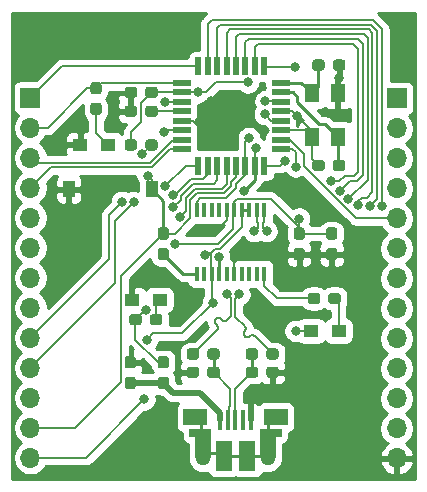
<source format=gbr>
%TF.GenerationSoftware,KiCad,Pcbnew,(5.1.6)-1*%
%TF.CreationDate,2020-07-15T15:52:09-04:00*%
%TF.ProjectId,Arduino Rev 2,41726475-696e-46f2-9052-657620322e6b,rev?*%
%TF.SameCoordinates,Original*%
%TF.FileFunction,Copper,L1,Top*%
%TF.FilePolarity,Positive*%
%FSLAX46Y46*%
G04 Gerber Fmt 4.6, Leading zero omitted, Abs format (unit mm)*
G04 Created by KiCad (PCBNEW (5.1.6)-1) date 2020-07-15 15:52:09*
%MOMM*%
%LPD*%
G01*
G04 APERTURE LIST*
%TA.AperFunction,ComponentPad*%
%ADD10O,1.700000X1.700000*%
%TD*%
%TA.AperFunction,ComponentPad*%
%ADD11R,1.700000X1.700000*%
%TD*%
%TA.AperFunction,SMDPad,CuDef*%
%ADD12R,1.250000X1.600000*%
%TD*%
%TA.AperFunction,SMDPad,CuDef*%
%ADD13R,0.450000X1.250000*%
%TD*%
%TA.AperFunction,SMDPad,CuDef*%
%ADD14R,0.550000X1.500000*%
%TD*%
%TA.AperFunction,SMDPad,CuDef*%
%ADD15R,1.500000X0.550000*%
%TD*%
%TA.AperFunction,SMDPad,CuDef*%
%ADD16R,1.000000X1.400000*%
%TD*%
%TA.AperFunction,SMDPad,CuDef*%
%ADD17R,1.425000X2.500000*%
%TD*%
%TA.AperFunction,SMDPad,CuDef*%
%ADD18R,1.825000X0.700000*%
%TD*%
%TA.AperFunction,ComponentPad*%
%ADD19O,1.300000X3.150000*%
%TD*%
%TA.AperFunction,SMDPad,CuDef*%
%ADD20R,0.400000X1.750000*%
%TD*%
%TA.AperFunction,ComponentPad*%
%ADD21R,2.000000X1.400000*%
%TD*%
%TA.AperFunction,SMDPad,CuDef*%
%ADD22R,1.250000X1.100000*%
%TD*%
%TA.AperFunction,ViaPad*%
%ADD23C,0.800000*%
%TD*%
%TA.AperFunction,Conductor*%
%ADD24C,0.200000*%
%TD*%
%TA.AperFunction,Conductor*%
%ADD25C,0.500000*%
%TD*%
%TA.AperFunction,Conductor*%
%ADD26C,0.250000*%
%TD*%
%TA.AperFunction,Conductor*%
%ADD27C,0.254000*%
%TD*%
G04 APERTURE END LIST*
D10*
%TO.P,J602,13*%
%TO.N,+5V*%
X145250000Y-133730000D03*
%TO.P,J602,12*%
%TO.N,/RESET*%
X145250000Y-131190000D03*
%TO.P,J602,11*%
%TO.N,+3V3*%
X145250000Y-128650000D03*
%TO.P,J602,10*%
%TO.N,/PIN HEADERS/22*%
X145250000Y-126110000D03*
%TO.P,J602,9*%
%TO.N,/PIN HEADERS/21*%
X145250000Y-123570000D03*
%TO.P,J602,8*%
%TO.N,/PIN HEADERS/20*%
X145250000Y-121030000D03*
%TO.P,J602,7*%
%TO.N,/PIN HEADERS/19*%
X145250000Y-118490000D03*
%TO.P,J602,6*%
%TO.N,/PIN HEADERS/18*%
X145250000Y-115950000D03*
%TO.P,J602,5*%
%TO.N,/PIN HEADERS/17*%
X145250000Y-113410000D03*
%TO.P,J602,4*%
%TO.N,/PIN HEADERS/16*%
X145250000Y-110870000D03*
%TO.P,J602,3*%
%TO.N,/PIN HEADERS/15*%
X145250000Y-108330000D03*
%TO.P,J602,2*%
%TO.N,/PIN HEADERS/14*%
X145250000Y-105790000D03*
D11*
%TO.P,J602,1*%
%TO.N,/PIN HEADERS/13*%
X145250000Y-103250000D03*
%TD*%
D10*
%TO.P,J601,13*%
%TO.N,GND*%
X176250000Y-133790000D03*
%TO.P,J601,12*%
%TO.N,/PIN HEADERS/6*%
X176250000Y-131250000D03*
%TO.P,J601,11*%
%TO.N,/PIN HEADERS/7*%
X176250000Y-128710000D03*
%TO.P,J601,10*%
%TO.N,/PIN HEADERS/8*%
X176250000Y-126170000D03*
%TO.P,J601,9*%
%TO.N,/PIN HEADERS/9*%
X176250000Y-123630000D03*
%TO.P,J601,8*%
%TO.N,/PIN HEADERS/10*%
X176250000Y-121090000D03*
%TO.P,J601,7*%
%TO.N,/PIN HEADERS/11*%
X176250000Y-118550000D03*
%TO.P,J601,6*%
%TO.N,/PIN HEADERS/12*%
X176250000Y-116010000D03*
%TO.P,J601,5*%
%TO.N,/PIN HEADERS/5*%
X176250000Y-113470000D03*
%TO.P,J601,4*%
%TO.N,/PIN HEADERS/4*%
X176250000Y-110930000D03*
%TO.P,J601,3*%
%TO.N,/PIN HEADERS/3*%
X176250000Y-108390000D03*
%TO.P,J601,2*%
%TO.N,/D1_TX*%
X176250000Y-105850000D03*
D11*
%TO.P,J601,1*%
%TO.N,/D0_RX*%
X176250000Y-103310000D03*
%TD*%
%TO.P,C406,2*%
%TO.N,Net-(C406-Pad2)*%
%TA.AperFunction,SMDPad,CuDef*%
G36*
G01*
X156262500Y-115975000D02*
X156737500Y-115975000D01*
G75*
G02*
X156975000Y-116212500I0J-237500D01*
G01*
X156975000Y-116787500D01*
G75*
G02*
X156737500Y-117025000I-237500J0D01*
G01*
X156262500Y-117025000D01*
G75*
G02*
X156025000Y-116787500I0J237500D01*
G01*
X156025000Y-116212500D01*
G75*
G02*
X156262500Y-115975000I237500J0D01*
G01*
G37*
%TD.AperFunction*%
%TO.P,C406,1*%
%TO.N,/RESET*%
%TA.AperFunction,SMDPad,CuDef*%
G36*
G01*
X156262500Y-114225000D02*
X156737500Y-114225000D01*
G75*
G02*
X156975000Y-114462500I0J-237500D01*
G01*
X156975000Y-115037500D01*
G75*
G02*
X156737500Y-115275000I-237500J0D01*
G01*
X156262500Y-115275000D01*
G75*
G02*
X156025000Y-115037500I0J237500D01*
G01*
X156025000Y-114462500D01*
G75*
G02*
X156262500Y-114225000I237500J0D01*
G01*
G37*
%TD.AperFunction*%
%TD*%
%TO.P,C202,2*%
%TO.N,GND*%
%TA.AperFunction,SMDPad,CuDef*%
G36*
G01*
X154275000Y-104162500D02*
X154275000Y-104637500D01*
G75*
G02*
X154037500Y-104875000I-237500J0D01*
G01*
X153462500Y-104875000D01*
G75*
G02*
X153225000Y-104637500I0J237500D01*
G01*
X153225000Y-104162500D01*
G75*
G02*
X153462500Y-103925000I237500J0D01*
G01*
X154037500Y-103925000D01*
G75*
G02*
X154275000Y-104162500I0J-237500D01*
G01*
G37*
%TD.AperFunction*%
%TO.P,C202,1*%
%TO.N,/ATMega328/AREF*%
%TA.AperFunction,SMDPad,CuDef*%
G36*
G01*
X156025000Y-104162500D02*
X156025000Y-104637500D01*
G75*
G02*
X155787500Y-104875000I-237500J0D01*
G01*
X155212500Y-104875000D01*
G75*
G02*
X154975000Y-104637500I0J237500D01*
G01*
X154975000Y-104162500D01*
G75*
G02*
X155212500Y-103925000I237500J0D01*
G01*
X155787500Y-103925000D01*
G75*
G02*
X156025000Y-104162500I0J-237500D01*
G01*
G37*
%TD.AperFunction*%
%TD*%
%TO.P,C201,2*%
%TO.N,+5V*%
%TA.AperFunction,SMDPad,CuDef*%
G36*
G01*
X154975000Y-103037500D02*
X154975000Y-102562500D01*
G75*
G02*
X155212500Y-102325000I237500J0D01*
G01*
X155787500Y-102325000D01*
G75*
G02*
X156025000Y-102562500I0J-237500D01*
G01*
X156025000Y-103037500D01*
G75*
G02*
X155787500Y-103275000I-237500J0D01*
G01*
X155212500Y-103275000D01*
G75*
G02*
X154975000Y-103037500I0J237500D01*
G01*
G37*
%TD.AperFunction*%
%TO.P,C201,1*%
%TO.N,GND*%
%TA.AperFunction,SMDPad,CuDef*%
G36*
G01*
X153225000Y-103037500D02*
X153225000Y-102562500D01*
G75*
G02*
X153462500Y-102325000I237500J0D01*
G01*
X154037500Y-102325000D01*
G75*
G02*
X154275000Y-102562500I0J-237500D01*
G01*
X154275000Y-103037500D01*
G75*
G02*
X154037500Y-103275000I-237500J0D01*
G01*
X153462500Y-103275000D01*
G75*
G02*
X153225000Y-103037500I0J237500D01*
G01*
G37*
%TD.AperFunction*%
%TD*%
D12*
%TO.P,Y301,4*%
%TO.N,GND*%
X169080000Y-106590000D03*
%TO.P,Y301,3*%
%TO.N,/ATMega328/XTAL2*%
X169080000Y-102890000D03*
%TO.P,Y301,2*%
%TO.N,GND*%
X171280000Y-102890000D03*
%TO.P,Y301,1*%
%TO.N,/ATMega328/XTAL1*%
X171280000Y-106590000D03*
%TD*%
D13*
%TO.P,U401,20*%
%TO.N,/D0_RX*%
X159320000Y-112800000D03*
%TO.P,U401,19*%
%TO.N,Net-(U401-Pad19)*%
X159955000Y-112800000D03*
%TO.P,U401,18*%
%TO.N,Net-(U401-Pad18)*%
X160590000Y-112800000D03*
%TO.P,U401,17*%
%TO.N,Net-(U401-Pad17)*%
X161225000Y-112800000D03*
%TO.P,U401,11*%
%TO.N,/USB TO UART/d2+*%
X165035000Y-112800000D03*
%TO.P,U401,12*%
%TO.N,/USB TO UART/d2-*%
X164400000Y-112800000D03*
%TO.P,U401,13*%
%TO.N,+3V3*%
X163765000Y-112800000D03*
%TO.P,U401,14*%
X163130000Y-112800000D03*
%TO.P,U401,15*%
%TO.N,+5V*%
X162495000Y-112800000D03*
%TO.P,U401,16*%
%TO.N,GND*%
X161860000Y-112800000D03*
%TO.P,U401,10*%
%TO.N,Net-(R403-Pad2)*%
X165035000Y-118159400D03*
%TO.P,U401,9*%
%TO.N,Net-(U401-Pad9)*%
X164400000Y-118159400D03*
%TO.P,U401,8*%
%TO.N,Net-(U401-Pad8)*%
X163765000Y-118159400D03*
%TO.P,U401,7*%
%TO.N,Net-(U401-Pad7)*%
X163130000Y-118159400D03*
%TO.P,U401,1*%
%TO.N,Net-(C406-Pad2)*%
X159320000Y-118159400D03*
%TO.P,U401,2*%
%TO.N,Net-(U401-Pad2)*%
X159955000Y-118159400D03*
%TO.P,U401,3*%
%TO.N,+3V3*%
X160590000Y-118159400D03*
%TO.P,U401,4*%
%TO.N,/D1_TX*%
X161225000Y-118159400D03*
%TO.P,U401,5*%
%TO.N,Net-(U401-Pad5)*%
X161860000Y-118159400D03*
%TO.P,U401,6*%
%TO.N,GND*%
X162495000Y-118159400D03*
%TD*%
D14*
%TO.P,U201,32*%
%TO.N,/PIN HEADERS/3*%
X165050000Y-109000000D03*
%TO.P,U201,31*%
%TO.N,/D1_TX*%
X164250000Y-109000000D03*
%TO.P,U201,30*%
%TO.N,/D0_RX*%
X163450000Y-109000000D03*
%TO.P,U201,29*%
%TO.N,/RESET*%
X162650000Y-109000000D03*
%TO.P,U201,28*%
%TO.N,/PIN HEADERS/20*%
X161850000Y-109000000D03*
%TO.P,U201,27*%
%TO.N,/PIN HEADERS/19*%
X161050000Y-109000000D03*
%TO.P,U201,26*%
%TO.N,/PIN HEADERS/18*%
X160250000Y-109000000D03*
%TO.P,U201,25*%
%TO.N,/PIN HEADERS/17*%
X159450000Y-109000000D03*
D15*
%TO.P,U201,24*%
%TO.N,/PIN HEADERS/16*%
X158050000Y-107600000D03*
%TO.P,U201,23*%
%TO.N,/PIN HEADERS/15*%
X158050000Y-106800000D03*
%TO.P,U201,22*%
%TO.N,/PIN HEADERS/22*%
X158050000Y-106000000D03*
%TO.P,U201,21*%
%TO.N,GND*%
X158050000Y-105200000D03*
%TO.P,U201,20*%
%TO.N,/ATMega328/AREF*%
X158050000Y-104400000D03*
%TO.P,U201,19*%
%TO.N,/PIN HEADERS/21*%
X158050000Y-103600000D03*
%TO.P,U201,18*%
%TO.N,+5V*%
X158050000Y-102800000D03*
%TO.P,U201,17*%
%TO.N,/PIN HEADERS/14*%
X158050000Y-102000000D03*
D14*
%TO.P,U201,16*%
%TO.N,/PIN HEADERS/13*%
X159450000Y-100600000D03*
%TO.P,U201,15*%
%TO.N,/PIN HEADERS/12*%
X160250000Y-100600000D03*
%TO.P,U201,14*%
%TO.N,/PIN HEADERS/11*%
X161050000Y-100600000D03*
%TO.P,U201,13*%
%TO.N,/PIN HEADERS/10*%
X161850000Y-100600000D03*
%TO.P,U201,12*%
%TO.N,/PIN HEADERS/9*%
X162650000Y-100600000D03*
%TO.P,U201,11*%
%TO.N,/PIN HEADERS/8*%
X163450000Y-100600000D03*
%TO.P,U201,10*%
%TO.N,/PIN HEADERS/7*%
X164250000Y-100600000D03*
D15*
%TO.P,U201,8*%
%TO.N,/ATMega328/XTAL2*%
X166450000Y-102000000D03*
%TO.P,U201,7*%
%TO.N,/ATMega328/XTAL1*%
X166450000Y-102800000D03*
%TO.P,U201,6*%
%TO.N,+5V*%
X166450000Y-103600000D03*
%TO.P,U201,5*%
%TO.N,GND*%
X166450000Y-104400000D03*
%TO.P,U201,4*%
%TO.N,+5V*%
X166450000Y-105200000D03*
%TO.P,U201,3*%
%TO.N,GND*%
X166450000Y-106000000D03*
%TO.P,U201,2*%
%TO.N,/PIN HEADERS/5*%
X166450000Y-106800000D03*
%TO.P,U201,1*%
%TO.N,/PIN HEADERS/4*%
X166450000Y-107600000D03*
D14*
%TO.P,U201,9*%
%TO.N,/PIN HEADERS/6*%
X165050000Y-100600000D03*
%TD*%
D16*
%TO.P,S501,2*%
%TO.N,/RESET*%
X155500000Y-111000000D03*
%TO.P,S501,1*%
%TO.N,GND*%
X148500000Y-111000000D03*
%TD*%
%TO.P,R501,2*%
%TO.N,/RESET*%
%TA.AperFunction,SMDPad,CuDef*%
G36*
G01*
X154975000Y-107487500D02*
X154975000Y-107012500D01*
G75*
G02*
X155212500Y-106775000I237500J0D01*
G01*
X155787500Y-106775000D01*
G75*
G02*
X156025000Y-107012500I0J-237500D01*
G01*
X156025000Y-107487500D01*
G75*
G02*
X155787500Y-107725000I-237500J0D01*
G01*
X155212500Y-107725000D01*
G75*
G02*
X154975000Y-107487500I0J237500D01*
G01*
G37*
%TD.AperFunction*%
%TO.P,R501,1*%
%TO.N,+5V*%
%TA.AperFunction,SMDPad,CuDef*%
G36*
G01*
X153225000Y-107487500D02*
X153225000Y-107012500D01*
G75*
G02*
X153462500Y-106775000I237500J0D01*
G01*
X154037500Y-106775000D01*
G75*
G02*
X154275000Y-107012500I0J-237500D01*
G01*
X154275000Y-107487500D01*
G75*
G02*
X154037500Y-107725000I-237500J0D01*
G01*
X153462500Y-107725000D01*
G75*
G02*
X153225000Y-107487500I0J237500D01*
G01*
G37*
%TD.AperFunction*%
%TD*%
%TO.P,R403,2*%
%TO.N,Net-(R403-Pad2)*%
%TA.AperFunction,SMDPad,CuDef*%
G36*
G01*
X169775000Y-120012500D02*
X169775000Y-120487500D01*
G75*
G02*
X169537500Y-120725000I-237500J0D01*
G01*
X168962500Y-120725000D01*
G75*
G02*
X168725000Y-120487500I0J237500D01*
G01*
X168725000Y-120012500D01*
G75*
G02*
X168962500Y-119775000I237500J0D01*
G01*
X169537500Y-119775000D01*
G75*
G02*
X169775000Y-120012500I0J-237500D01*
G01*
G37*
%TD.AperFunction*%
%TO.P,R403,1*%
%TO.N,Net-(D401-Pad1)*%
%TA.AperFunction,SMDPad,CuDef*%
G36*
G01*
X171525000Y-120012500D02*
X171525000Y-120487500D01*
G75*
G02*
X171287500Y-120725000I-237500J0D01*
G01*
X170712500Y-120725000D01*
G75*
G02*
X170475000Y-120487500I0J237500D01*
G01*
X170475000Y-120012500D01*
G75*
G02*
X170712500Y-119775000I237500J0D01*
G01*
X171287500Y-119775000D01*
G75*
G02*
X171525000Y-120012500I0J-237500D01*
G01*
G37*
%TD.AperFunction*%
%TD*%
%TO.P,R402,2*%
%TO.N,/USB TO UART/D-*%
%TA.AperFunction,SMDPad,CuDef*%
G36*
G01*
X160225000Y-125187500D02*
X160225000Y-124712500D01*
G75*
G02*
X160462500Y-124475000I237500J0D01*
G01*
X161037500Y-124475000D01*
G75*
G02*
X161275000Y-124712500I0J-237500D01*
G01*
X161275000Y-125187500D01*
G75*
G02*
X161037500Y-125425000I-237500J0D01*
G01*
X160462500Y-125425000D01*
G75*
G02*
X160225000Y-125187500I0J237500D01*
G01*
G37*
%TD.AperFunction*%
%TO.P,R402,1*%
%TO.N,/USB TO UART/d2-*%
%TA.AperFunction,SMDPad,CuDef*%
G36*
G01*
X158475000Y-125187500D02*
X158475000Y-124712500D01*
G75*
G02*
X158712500Y-124475000I237500J0D01*
G01*
X159287500Y-124475000D01*
G75*
G02*
X159525000Y-124712500I0J-237500D01*
G01*
X159525000Y-125187500D01*
G75*
G02*
X159287500Y-125425000I-237500J0D01*
G01*
X158712500Y-125425000D01*
G75*
G02*
X158475000Y-125187500I0J237500D01*
G01*
G37*
%TD.AperFunction*%
%TD*%
%TO.P,R401,2*%
%TO.N,/USB TO UART/D+*%
%TA.AperFunction,SMDPad,CuDef*%
G36*
G01*
X164525000Y-124712500D02*
X164525000Y-125187500D01*
G75*
G02*
X164287500Y-125425000I-237500J0D01*
G01*
X163712500Y-125425000D01*
G75*
G02*
X163475000Y-125187500I0J237500D01*
G01*
X163475000Y-124712500D01*
G75*
G02*
X163712500Y-124475000I237500J0D01*
G01*
X164287500Y-124475000D01*
G75*
G02*
X164525000Y-124712500I0J-237500D01*
G01*
G37*
%TD.AperFunction*%
%TO.P,R401,1*%
%TO.N,/USB TO UART/d2+*%
%TA.AperFunction,SMDPad,CuDef*%
G36*
G01*
X166275000Y-124712500D02*
X166275000Y-125187500D01*
G75*
G02*
X166037500Y-125425000I-237500J0D01*
G01*
X165462500Y-125425000D01*
G75*
G02*
X165225000Y-125187500I0J237500D01*
G01*
X165225000Y-124712500D01*
G75*
G02*
X165462500Y-124475000I237500J0D01*
G01*
X166037500Y-124475000D01*
G75*
G02*
X166275000Y-124712500I0J-237500D01*
G01*
G37*
%TD.AperFunction*%
%TD*%
%TO.P,R202,2*%
%TO.N,Net-(D202-Pad2)*%
%TA.AperFunction,SMDPad,CuDef*%
G36*
G01*
X150562500Y-103675000D02*
X151037500Y-103675000D01*
G75*
G02*
X151275000Y-103912500I0J-237500D01*
G01*
X151275000Y-104487500D01*
G75*
G02*
X151037500Y-104725000I-237500J0D01*
G01*
X150562500Y-104725000D01*
G75*
G02*
X150325000Y-104487500I0J237500D01*
G01*
X150325000Y-103912500D01*
G75*
G02*
X150562500Y-103675000I237500J0D01*
G01*
G37*
%TD.AperFunction*%
%TO.P,R202,1*%
%TO.N,/PIN HEADERS/14*%
%TA.AperFunction,SMDPad,CuDef*%
G36*
G01*
X150562500Y-101925000D02*
X151037500Y-101925000D01*
G75*
G02*
X151275000Y-102162500I0J-237500D01*
G01*
X151275000Y-102737500D01*
G75*
G02*
X151037500Y-102975000I-237500J0D01*
G01*
X150562500Y-102975000D01*
G75*
G02*
X150325000Y-102737500I0J237500D01*
G01*
X150325000Y-102162500D01*
G75*
G02*
X150562500Y-101925000I237500J0D01*
G01*
G37*
%TD.AperFunction*%
%TD*%
%TO.P,R201,2*%
%TO.N,Net-(D201-Pad2)*%
%TA.AperFunction,SMDPad,CuDef*%
G36*
G01*
X155365000Y-122277500D02*
X155365000Y-121802500D01*
G75*
G02*
X155602500Y-121565000I237500J0D01*
G01*
X156177500Y-121565000D01*
G75*
G02*
X156415000Y-121802500I0J-237500D01*
G01*
X156415000Y-122277500D01*
G75*
G02*
X156177500Y-122515000I-237500J0D01*
G01*
X155602500Y-122515000D01*
G75*
G02*
X155365000Y-122277500I0J237500D01*
G01*
G37*
%TD.AperFunction*%
%TO.P,R201,1*%
%TO.N,+5V*%
%TA.AperFunction,SMDPad,CuDef*%
G36*
G01*
X153615000Y-122277500D02*
X153615000Y-121802500D01*
G75*
G02*
X153852500Y-121565000I237500J0D01*
G01*
X154427500Y-121565000D01*
G75*
G02*
X154665000Y-121802500I0J-237500D01*
G01*
X154665000Y-122277500D01*
G75*
G02*
X154427500Y-122515000I-237500J0D01*
G01*
X153852500Y-122515000D01*
G75*
G02*
X153615000Y-122277500I0J237500D01*
G01*
G37*
%TD.AperFunction*%
%TD*%
D17*
%TO.P,J401,SH*%
%TO.N,Net-(J401-PadSH)*%
X161600000Y-133575000D03*
D18*
X165590000Y-131615000D03*
D19*
X165325000Y-132845000D03*
D20*
%TO.P,J401,5*%
%TO.N,GND*%
X163900000Y-130500000D03*
%TO.P,J401,4*%
%TO.N,Net-(J401-Pad4)*%
X163250000Y-130500000D03*
%TO.P,J401,3*%
%TO.N,/USB TO UART/D+*%
X162600000Y-130500000D03*
%TO.P,J401,2*%
%TO.N,/USB TO UART/D-*%
X161950000Y-130500000D03*
D21*
%TO.P,J401,SH*%
%TO.N,Net-(J401-PadSH)*%
X166025000Y-130295000D03*
D20*
%TO.P,J401,1*%
%TO.N,Net-(C401-Pad2)*%
X161300000Y-130500000D03*
D21*
%TO.P,J401,SH*%
%TO.N,Net-(J401-PadSH)*%
X159175000Y-130295000D03*
D19*
X159875000Y-132845000D03*
D18*
X159610000Y-131615000D03*
D17*
X163600000Y-133575000D03*
%TD*%
%TO.P,FB401,2*%
%TO.N,Net-(C401-Pad2)*%
%TA.AperFunction,SMDPad,CuDef*%
G36*
G01*
X156262500Y-126875000D02*
X156737500Y-126875000D01*
G75*
G02*
X156975000Y-127112500I0J-237500D01*
G01*
X156975000Y-127687500D01*
G75*
G02*
X156737500Y-127925000I-237500J0D01*
G01*
X156262500Y-127925000D01*
G75*
G02*
X156025000Y-127687500I0J237500D01*
G01*
X156025000Y-127112500D01*
G75*
G02*
X156262500Y-126875000I237500J0D01*
G01*
G37*
%TD.AperFunction*%
%TO.P,FB401,1*%
%TO.N,+5V*%
%TA.AperFunction,SMDPad,CuDef*%
G36*
G01*
X156262500Y-125125000D02*
X156737500Y-125125000D01*
G75*
G02*
X156975000Y-125362500I0J-237500D01*
G01*
X156975000Y-125937500D01*
G75*
G02*
X156737500Y-126175000I-237500J0D01*
G01*
X156262500Y-126175000D01*
G75*
G02*
X156025000Y-125937500I0J237500D01*
G01*
X156025000Y-125362500D01*
G75*
G02*
X156262500Y-125125000I237500J0D01*
G01*
G37*
%TD.AperFunction*%
%TD*%
D22*
%TO.P,D401,2*%
%TO.N,+3V3*%
X169000000Y-123000000D03*
%TO.P,D401,1*%
%TO.N,Net-(D401-Pad1)*%
X171350000Y-123000000D03*
%TD*%
%TO.P,D202,2*%
%TO.N,Net-(D202-Pad2)*%
X151810000Y-107250000D03*
%TO.P,D202,1*%
%TO.N,GND*%
X149460000Y-107250000D03*
%TD*%
%TO.P,D201,2*%
%TO.N,Net-(D201-Pad2)*%
X156190000Y-120360000D03*
%TO.P,D201,1*%
%TO.N,GND*%
X153840000Y-120360000D03*
%TD*%
%TO.P,C405,2*%
%TO.N,GND*%
%TA.AperFunction,SMDPad,CuDef*%
G36*
G01*
X167762500Y-115975000D02*
X168237500Y-115975000D01*
G75*
G02*
X168475000Y-116212500I0J-237500D01*
G01*
X168475000Y-116787500D01*
G75*
G02*
X168237500Y-117025000I-237500J0D01*
G01*
X167762500Y-117025000D01*
G75*
G02*
X167525000Y-116787500I0J237500D01*
G01*
X167525000Y-116212500D01*
G75*
G02*
X167762500Y-115975000I237500J0D01*
G01*
G37*
%TD.AperFunction*%
%TO.P,C405,1*%
%TO.N,+5V*%
%TA.AperFunction,SMDPad,CuDef*%
G36*
G01*
X167762500Y-114225000D02*
X168237500Y-114225000D01*
G75*
G02*
X168475000Y-114462500I0J-237500D01*
G01*
X168475000Y-115037500D01*
G75*
G02*
X168237500Y-115275000I-237500J0D01*
G01*
X167762500Y-115275000D01*
G75*
G02*
X167525000Y-115037500I0J237500D01*
G01*
X167525000Y-114462500D01*
G75*
G02*
X167762500Y-114225000I237500J0D01*
G01*
G37*
%TD.AperFunction*%
%TD*%
%TO.P,C404,2*%
%TO.N,GND*%
%TA.AperFunction,SMDPad,CuDef*%
G36*
G01*
X170512500Y-115975000D02*
X170987500Y-115975000D01*
G75*
G02*
X171225000Y-116212500I0J-237500D01*
G01*
X171225000Y-116787500D01*
G75*
G02*
X170987500Y-117025000I-237500J0D01*
G01*
X170512500Y-117025000D01*
G75*
G02*
X170275000Y-116787500I0J237500D01*
G01*
X170275000Y-116212500D01*
G75*
G02*
X170512500Y-115975000I237500J0D01*
G01*
G37*
%TD.AperFunction*%
%TO.P,C404,1*%
%TO.N,+5V*%
%TA.AperFunction,SMDPad,CuDef*%
G36*
G01*
X170512500Y-114225000D02*
X170987500Y-114225000D01*
G75*
G02*
X171225000Y-114462500I0J-237500D01*
G01*
X171225000Y-115037500D01*
G75*
G02*
X170987500Y-115275000I-237500J0D01*
G01*
X170512500Y-115275000D01*
G75*
G02*
X170275000Y-115037500I0J237500D01*
G01*
X170275000Y-114462500D01*
G75*
G02*
X170512500Y-114225000I237500J0D01*
G01*
G37*
%TD.AperFunction*%
%TD*%
%TO.P,C403,2*%
%TO.N,GND*%
%TA.AperFunction,SMDPad,CuDef*%
G36*
G01*
X159525000Y-126262500D02*
X159525000Y-126737500D01*
G75*
G02*
X159287500Y-126975000I-237500J0D01*
G01*
X158712500Y-126975000D01*
G75*
G02*
X158475000Y-126737500I0J237500D01*
G01*
X158475000Y-126262500D01*
G75*
G02*
X158712500Y-126025000I237500J0D01*
G01*
X159287500Y-126025000D01*
G75*
G02*
X159525000Y-126262500I0J-237500D01*
G01*
G37*
%TD.AperFunction*%
%TO.P,C403,1*%
%TO.N,/USB TO UART/D-*%
%TA.AperFunction,SMDPad,CuDef*%
G36*
G01*
X161275000Y-126262500D02*
X161275000Y-126737500D01*
G75*
G02*
X161037500Y-126975000I-237500J0D01*
G01*
X160462500Y-126975000D01*
G75*
G02*
X160225000Y-126737500I0J237500D01*
G01*
X160225000Y-126262500D01*
G75*
G02*
X160462500Y-126025000I237500J0D01*
G01*
X161037500Y-126025000D01*
G75*
G02*
X161275000Y-126262500I0J-237500D01*
G01*
G37*
%TD.AperFunction*%
%TD*%
%TO.P,C402,2*%
%TO.N,GND*%
%TA.AperFunction,SMDPad,CuDef*%
G36*
G01*
X165225000Y-126737500D02*
X165225000Y-126262500D01*
G75*
G02*
X165462500Y-126025000I237500J0D01*
G01*
X166037500Y-126025000D01*
G75*
G02*
X166275000Y-126262500I0J-237500D01*
G01*
X166275000Y-126737500D01*
G75*
G02*
X166037500Y-126975000I-237500J0D01*
G01*
X165462500Y-126975000D01*
G75*
G02*
X165225000Y-126737500I0J237500D01*
G01*
G37*
%TD.AperFunction*%
%TO.P,C402,1*%
%TO.N,/USB TO UART/D+*%
%TA.AperFunction,SMDPad,CuDef*%
G36*
G01*
X163475000Y-126737500D02*
X163475000Y-126262500D01*
G75*
G02*
X163712500Y-126025000I237500J0D01*
G01*
X164287500Y-126025000D01*
G75*
G02*
X164525000Y-126262500I0J-237500D01*
G01*
X164525000Y-126737500D01*
G75*
G02*
X164287500Y-126975000I-237500J0D01*
G01*
X163712500Y-126975000D01*
G75*
G02*
X163475000Y-126737500I0J237500D01*
G01*
G37*
%TD.AperFunction*%
%TD*%
%TO.P,C401,2*%
%TO.N,Net-(C401-Pad2)*%
%TA.AperFunction,SMDPad,CuDef*%
G36*
G01*
X153462500Y-126875000D02*
X153937500Y-126875000D01*
G75*
G02*
X154175000Y-127112500I0J-237500D01*
G01*
X154175000Y-127687500D01*
G75*
G02*
X153937500Y-127925000I-237500J0D01*
G01*
X153462500Y-127925000D01*
G75*
G02*
X153225000Y-127687500I0J237500D01*
G01*
X153225000Y-127112500D01*
G75*
G02*
X153462500Y-126875000I237500J0D01*
G01*
G37*
%TD.AperFunction*%
%TO.P,C401,1*%
%TO.N,GND*%
%TA.AperFunction,SMDPad,CuDef*%
G36*
G01*
X153462500Y-125125000D02*
X153937500Y-125125000D01*
G75*
G02*
X154175000Y-125362500I0J-237500D01*
G01*
X154175000Y-125937500D01*
G75*
G02*
X153937500Y-126175000I-237500J0D01*
G01*
X153462500Y-126175000D01*
G75*
G02*
X153225000Y-125937500I0J237500D01*
G01*
X153225000Y-125362500D01*
G75*
G02*
X153462500Y-125125000I237500J0D01*
G01*
G37*
%TD.AperFunction*%
%TD*%
%TO.P,C302,2*%
%TO.N,GND*%
%TA.AperFunction,SMDPad,CuDef*%
G36*
G01*
X170855000Y-100727500D02*
X170855000Y-100252500D01*
G75*
G02*
X171092500Y-100015000I237500J0D01*
G01*
X171667500Y-100015000D01*
G75*
G02*
X171905000Y-100252500I0J-237500D01*
G01*
X171905000Y-100727500D01*
G75*
G02*
X171667500Y-100965000I-237500J0D01*
G01*
X171092500Y-100965000D01*
G75*
G02*
X170855000Y-100727500I0J237500D01*
G01*
G37*
%TD.AperFunction*%
%TO.P,C302,1*%
%TO.N,/ATMega328/XTAL2*%
%TA.AperFunction,SMDPad,CuDef*%
G36*
G01*
X169105000Y-100727500D02*
X169105000Y-100252500D01*
G75*
G02*
X169342500Y-100015000I237500J0D01*
G01*
X169917500Y-100015000D01*
G75*
G02*
X170155000Y-100252500I0J-237500D01*
G01*
X170155000Y-100727500D01*
G75*
G02*
X169917500Y-100965000I-237500J0D01*
G01*
X169342500Y-100965000D01*
G75*
G02*
X169105000Y-100727500I0J237500D01*
G01*
G37*
%TD.AperFunction*%
%TD*%
%TO.P,C301,2*%
%TO.N,GND*%
%TA.AperFunction,SMDPad,CuDef*%
G36*
G01*
X170155000Y-108752500D02*
X170155000Y-109227500D01*
G75*
G02*
X169917500Y-109465000I-237500J0D01*
G01*
X169342500Y-109465000D01*
G75*
G02*
X169105000Y-109227500I0J237500D01*
G01*
X169105000Y-108752500D01*
G75*
G02*
X169342500Y-108515000I237500J0D01*
G01*
X169917500Y-108515000D01*
G75*
G02*
X170155000Y-108752500I0J-237500D01*
G01*
G37*
%TD.AperFunction*%
%TO.P,C301,1*%
%TO.N,/ATMega328/XTAL1*%
%TA.AperFunction,SMDPad,CuDef*%
G36*
G01*
X171905000Y-108752500D02*
X171905000Y-109227500D01*
G75*
G02*
X171667500Y-109465000I-237500J0D01*
G01*
X171092500Y-109465000D01*
G75*
G02*
X170855000Y-109227500I0J237500D01*
G01*
X170855000Y-108752500D01*
G75*
G02*
X171092500Y-108515000I237500J0D01*
G01*
X171667500Y-108515000D01*
G75*
G02*
X171905000Y-108752500I0J-237500D01*
G01*
G37*
%TD.AperFunction*%
%TD*%
D23*
%TO.N,GND*%
X154600000Y-118500000D03*
X169550000Y-127550000D03*
X155100000Y-126250000D03*
X147650000Y-107250000D03*
X150850000Y-110750000D03*
X171350000Y-101600000D03*
X167785082Y-104792027D03*
X171300000Y-104700000D03*
X160150000Y-114600000D03*
X152350000Y-105500000D03*
X157650000Y-124400000D03*
X158550000Y-120800000D03*
X159800000Y-106350000D03*
X169500000Y-130500000D03*
X169500000Y-133500000D03*
X169500000Y-125000000D03*
X155000000Y-131000000D03*
X152000000Y-134500000D03*
X158500000Y-98000000D03*
X154500000Y-98000000D03*
X151000000Y-98000000D03*
X147500000Y-98000000D03*
X144500000Y-98000000D03*
X160500000Y-103500000D03*
%TO.N,+5V*%
X165150000Y-103550000D03*
X165099998Y-104650000D03*
X157450000Y-115600000D03*
X155000000Y-121200000D03*
X159400000Y-102800000D03*
X163650000Y-101950002D03*
X154900000Y-128800000D03*
X168010000Y-113490000D03*
%TO.N,+3V3*%
X160000000Y-116550000D03*
X160700000Y-120600000D03*
X167700000Y-123000000D03*
X155119975Y-123730025D03*
%TO.N,/PIN HEADERS/12*%
X175000000Y-112425000D03*
%TO.N,/PIN HEADERS/11*%
X173999997Y-112425000D03*
%TO.N,/PIN HEADERS/10*%
X173001826Y-112364505D03*
%TO.N,/PIN HEADERS/9*%
X172163747Y-111818953D03*
%TO.N,/PIN HEADERS/8*%
X171456639Y-111111845D03*
%TO.N,/PIN HEADERS/7*%
X170684897Y-110340103D03*
%TO.N,/PIN HEADERS/6*%
X167675000Y-100625000D03*
%TO.N,/PIN HEADERS/4*%
X167700940Y-109081439D03*
%TO.N,/PIN HEADERS/3*%
X166800000Y-108575000D03*
%TO.N,/D1_TX*%
X163357653Y-111117653D03*
X161230000Y-116730000D03*
X164350000Y-107525000D03*
%TO.N,/D0_RX*%
X163747942Y-106664068D03*
%TO.N,/RESET*%
X155170000Y-109850010D03*
X154700000Y-108050000D03*
%TO.N,/PIN HEADERS/22*%
X156575000Y-106175000D03*
X154000000Y-112100000D03*
%TO.N,/PIN HEADERS/21*%
X156650000Y-103650000D03*
X153000327Y-112074368D03*
%TO.N,/PIN HEADERS/20*%
X157910025Y-113350025D03*
%TO.N,/PIN HEADERS/19*%
X157346681Y-112523801D03*
%TO.N,/PIN HEADERS/18*%
X157299931Y-111520504D03*
%TO.N,/PIN HEADERS/17*%
X156680239Y-110735656D03*
%TO.N,/USB TO UART/d2+*%
X162945596Y-119909402D03*
X165242500Y-114550002D03*
%TO.N,/USB TO UART/d2-*%
X164192500Y-114550002D03*
X161895596Y-119909402D03*
%TD*%
D24*
%TO.N,GND*%
X153750000Y-102800000D02*
X153750000Y-104400000D01*
X163900000Y-130500000D02*
X163900000Y-128700000D01*
X162495000Y-118159400D02*
X162495000Y-116805000D01*
X162495000Y-116805000D02*
X162800000Y-116500000D01*
X168490000Y-106000000D02*
X169080000Y-106590000D01*
X166450000Y-106000000D02*
X168490000Y-106000000D01*
X169080000Y-108440000D02*
X169630000Y-108990000D01*
X169080000Y-106590000D02*
X169080000Y-108440000D01*
X166450000Y-104400000D02*
X167393055Y-104400000D01*
X167393055Y-104400000D02*
X167785082Y-104792027D01*
X169080000Y-106086945D02*
X167785082Y-104792027D01*
X169080000Y-106590000D02*
X169080000Y-106086945D01*
X161860000Y-112800000D02*
X161860000Y-113625000D01*
X160885000Y-114600000D02*
X160150000Y-114600000D01*
X161860000Y-113625000D02*
X160885000Y-114600000D01*
X159600000Y-105800000D02*
X159000000Y-105200000D01*
X159000000Y-105200000D02*
X158050000Y-105200000D01*
X159800000Y-106350000D02*
X159600000Y-105800000D01*
D25*
X163900000Y-129125000D02*
X164525000Y-128500000D01*
X163900000Y-130500000D02*
X163900000Y-129125000D01*
X164525000Y-128500000D02*
X165500000Y-128500000D01*
D26*
%TO.N,/ATMega328/XTAL1*%
X171280000Y-108890000D02*
X171380000Y-108990000D01*
X171280000Y-106590000D02*
X171280000Y-108890000D01*
X167450000Y-102800000D02*
X167810000Y-103160000D01*
X166450000Y-102800000D02*
X167450000Y-102800000D01*
X169644997Y-105464999D02*
X170154999Y-105464999D01*
X170154999Y-105464999D02*
X171280000Y-106590000D01*
X167810000Y-103630002D02*
X169644997Y-105464999D01*
X167810000Y-103160000D02*
X167810000Y-103630002D01*
%TO.N,/ATMega328/XTAL2*%
X168190000Y-102000000D02*
X166450000Y-102000000D01*
X169080000Y-102890000D02*
X168190000Y-102000000D01*
X169630000Y-102340000D02*
X169080000Y-102890000D01*
X169630000Y-100490000D02*
X169630000Y-102340000D01*
D25*
%TO.N,Net-(C401-Pad2)*%
X161300000Y-129909998D02*
X159640002Y-128250000D01*
X161300000Y-130500000D02*
X161300000Y-129909998D01*
X157350000Y-128250000D02*
X156500000Y-127400000D01*
X159640002Y-128250000D02*
X157350000Y-128250000D01*
X156500000Y-127400000D02*
X153700000Y-127400000D01*
D24*
%TO.N,+5V*%
X158050000Y-102800000D02*
X155500000Y-102800000D01*
D25*
X156500000Y-125650000D02*
X156500000Y-125500000D01*
D24*
X156500000Y-125650000D02*
X156050000Y-125650000D01*
X154140000Y-123740000D02*
X154140000Y-122040000D01*
X156050000Y-125650000D02*
X154140000Y-123740000D01*
X170750000Y-114750000D02*
X168000000Y-114750000D01*
X166400000Y-103550000D02*
X166450000Y-103600000D01*
X165150000Y-103550000D02*
X166400000Y-103550000D01*
X166450000Y-105200000D02*
X165649998Y-105200000D01*
X165649998Y-105200000D02*
X165099998Y-104650000D01*
X168000000Y-114225000D02*
X168000000Y-114750000D01*
X165592654Y-111817654D02*
X168000000Y-114225000D01*
X162495000Y-112044998D02*
X162722344Y-111817654D01*
X162495000Y-112800000D02*
X162495000Y-112044998D01*
X162385001Y-113364999D02*
X162385001Y-114349301D01*
X162495000Y-112800000D02*
X162495000Y-113255000D01*
X162495000Y-113255000D02*
X162385001Y-113364999D01*
X162385001Y-114349301D02*
X161134302Y-115600000D01*
X161134302Y-115600000D02*
X157450000Y-115600000D01*
X154792615Y-121387385D02*
X154140000Y-122040000D01*
X155000000Y-121200000D02*
X154792615Y-121387385D01*
X165467654Y-111817654D02*
X165592654Y-111817654D01*
X158050000Y-102800000D02*
X159400000Y-102800000D01*
X159400000Y-102800000D02*
X160150000Y-102800000D01*
X160150000Y-102800000D02*
X160999998Y-101950002D01*
X160999998Y-101950002D02*
X163650000Y-101950002D01*
X153750000Y-107250000D02*
X153750000Y-106150000D01*
X154575010Y-105324990D02*
X154575010Y-103725010D01*
X153750000Y-106150000D02*
X154575010Y-105324990D01*
X155500000Y-102800020D02*
X155500000Y-102800000D01*
X154575010Y-103725010D02*
X155500000Y-102800020D01*
X145250000Y-133730000D02*
X149970000Y-133730000D01*
X149970000Y-133730000D02*
X154900000Y-128800000D01*
X164262346Y-111817654D02*
X164282346Y-111817654D01*
X164262346Y-111817654D02*
X165467654Y-111817654D01*
X162722344Y-111817654D02*
X164262346Y-111817654D01*
X168010000Y-114740000D02*
X168000000Y-114750000D01*
X168010000Y-113490000D02*
X168010000Y-114740000D01*
%TO.N,Net-(D201-Pad2)*%
X155890000Y-120660000D02*
X156190000Y-120360000D01*
X155890000Y-122040000D02*
X155890000Y-120660000D01*
%TO.N,Net-(D202-Pad2)*%
X150800000Y-106240000D02*
X151810000Y-107250000D01*
X150800000Y-104200000D02*
X150800000Y-106240000D01*
D26*
%TO.N,+3V3*%
X163130000Y-112800000D02*
X163765000Y-112800000D01*
D24*
X163130000Y-112800000D02*
X163130000Y-114170000D01*
X160529999Y-118099399D02*
X160590000Y-118159400D01*
X160529999Y-116393999D02*
X160529999Y-118099399D01*
X161270001Y-116029999D02*
X160893999Y-116029999D01*
X160893999Y-116029999D02*
X160529999Y-116393999D01*
X163130000Y-114170000D02*
X161270001Y-116029999D01*
X160529999Y-116393999D02*
X160156001Y-116393999D01*
X160156001Y-116393999D02*
X160000000Y-116550000D01*
X160590000Y-118159400D02*
X160590000Y-120490000D01*
X160590000Y-120490000D02*
X160700000Y-120600000D01*
X167700000Y-123000000D02*
X169000000Y-123000000D01*
X160700000Y-120600000D02*
X158100000Y-123200000D01*
X158100000Y-123200000D02*
X155650000Y-123200000D01*
X155650000Y-123200000D02*
X155119975Y-123730025D01*
%TO.N,Net-(D401-Pad1)*%
X171350000Y-120600000D02*
X171000000Y-120250000D01*
X171350000Y-123000000D02*
X171350000Y-120600000D01*
D26*
%TO.N,Net-(J401-PadSH)*%
X159700000Y-133150000D02*
X159875000Y-133325000D01*
X159700000Y-130295000D02*
X159700000Y-133150000D01*
X161350000Y-133325000D02*
X161600000Y-133575000D01*
X159875000Y-133325000D02*
X161350000Y-133325000D01*
X161600000Y-133575000D02*
X163600000Y-133575000D01*
X165075000Y-133575000D02*
X165325000Y-133325000D01*
X163600000Y-133575000D02*
X165075000Y-133575000D01*
X165325000Y-131880000D02*
X165590000Y-131615000D01*
X165325000Y-133325000D02*
X165325000Y-131880000D01*
X165325000Y-130470000D02*
X165500000Y-130295000D01*
X165325000Y-133325000D02*
X165325000Y-130470000D01*
D24*
%TO.N,/PIN HEADERS/12*%
X160250000Y-100600000D02*
X160250000Y-97025000D01*
X160250000Y-97025000D02*
X160599990Y-96675010D01*
X160599990Y-96675010D02*
X174225010Y-96675010D01*
X174225010Y-96675010D02*
X175000000Y-97450000D01*
X175000000Y-97450000D02*
X175000000Y-112425000D01*
%TO.N,/PIN HEADERS/11*%
X161050000Y-100600000D02*
X161050000Y-97325020D01*
X161050000Y-97325020D02*
X161300000Y-97075020D01*
X161300000Y-97075020D02*
X174059322Y-97075020D01*
X174059322Y-97084322D02*
X174599990Y-97624990D01*
X174059322Y-97075020D02*
X174059322Y-97084322D01*
X174599990Y-97624990D02*
X174599990Y-111300010D01*
X174599990Y-111300010D02*
X174599990Y-111825007D01*
X174599990Y-111825007D02*
X173999997Y-112425000D01*
%TO.N,/PIN HEADERS/10*%
X161850000Y-100600000D02*
X161850000Y-97800030D01*
X161850000Y-97800030D02*
X162175000Y-97475030D01*
X162175000Y-97475030D02*
X173800000Y-97475030D01*
X173884331Y-97475030D02*
X174199980Y-97790679D01*
X173800000Y-97475030D02*
X173884331Y-97475030D01*
X174199980Y-97790679D02*
X174199980Y-111250020D01*
X173725001Y-111724999D02*
X173300001Y-111724999D01*
X174199980Y-111250020D02*
X173725001Y-111724999D01*
X173300001Y-111724999D02*
X173001826Y-112023174D01*
X173001826Y-112023174D02*
X173001826Y-112364505D01*
%TO.N,/PIN HEADERS/9*%
X162650000Y-100600000D02*
X162650000Y-98125040D01*
X162650000Y-98125040D02*
X162900000Y-97875040D01*
X162900000Y-97875040D02*
X166425040Y-97875040D01*
X166425040Y-97875040D02*
X173275000Y-97875040D01*
X173475040Y-97875040D02*
X173799970Y-98199970D01*
X173275000Y-97875040D02*
X173475040Y-97875040D01*
X173799970Y-98199970D02*
X173799970Y-110182730D01*
X173799970Y-110182730D02*
X172163747Y-111818953D01*
%TO.N,/PIN HEADERS/8*%
X163450000Y-98575050D02*
X163450000Y-100600000D01*
X163750000Y-98275050D02*
X163450000Y-98575050D01*
X173399960Y-98674960D02*
X173000050Y-98275050D01*
X173000050Y-98275050D02*
X163750000Y-98275050D01*
X171456639Y-111111845D02*
X172293484Y-110275000D01*
X172924920Y-110275000D02*
X173399960Y-109799960D01*
X172293484Y-110275000D02*
X172924920Y-110275000D01*
X173399960Y-109799960D02*
X173399960Y-98674960D01*
%TO.N,/PIN HEADERS/7*%
X164250000Y-100600000D02*
X164250000Y-98925060D01*
X164500000Y-98675060D02*
X166093662Y-98675060D01*
X164250000Y-98925060D02*
X164500000Y-98675060D01*
X172525060Y-98675060D02*
X172999950Y-99149950D01*
X166093662Y-98675060D02*
X172525060Y-98675060D01*
X172999950Y-99149950D02*
X172999950Y-109500050D01*
X172650010Y-109874990D02*
X171850010Y-109874990D01*
X172999950Y-109500050D02*
X172999950Y-109525050D01*
X172999950Y-109525050D02*
X172650010Y-109874990D01*
X171850010Y-109874990D02*
X171384897Y-110340103D01*
X171384897Y-110340103D02*
X170684897Y-110340103D01*
%TO.N,/PIN HEADERS/6*%
X165075000Y-100625000D02*
X165050000Y-100600000D01*
X167675000Y-100625000D02*
X165075000Y-100625000D01*
%TO.N,/PIN HEADERS/5*%
X167215002Y-106800000D02*
X168400000Y-107984998D01*
X166450000Y-106800000D02*
X167215002Y-106800000D01*
X172824844Y-113470000D02*
X176250000Y-113470000D01*
X168400000Y-109045156D02*
X172824844Y-113470000D01*
X168400000Y-107984998D02*
X168400000Y-109045156D01*
%TO.N,/PIN HEADERS/4*%
X166450000Y-107600000D02*
X167425000Y-107600000D01*
X167425000Y-107600000D02*
X167700940Y-107875940D01*
X167700940Y-107875940D02*
X167700940Y-109081439D01*
%TO.N,/PIN HEADERS/3*%
X165050000Y-109000000D02*
X166375000Y-109000000D01*
X166375000Y-109000000D02*
X166800000Y-108575000D01*
D26*
%TO.N,/D1_TX*%
X164250000Y-109000000D02*
X164250000Y-110225306D01*
X164250000Y-110225306D02*
X163357653Y-111117653D01*
X161230000Y-118154400D02*
X161225000Y-118159400D01*
X161230000Y-116730000D02*
X161230000Y-118154400D01*
D24*
X164250000Y-109000000D02*
X164250000Y-107625000D01*
X164250000Y-107625000D02*
X164350000Y-107525000D01*
%TO.N,/D0_RX*%
X163450000Y-109765002D02*
X163450000Y-109000000D01*
X162657652Y-110557350D02*
X163450000Y-109765002D01*
X159320000Y-112800000D02*
X159320000Y-112044998D01*
X159320000Y-112044998D02*
X159614998Y-111750000D01*
X159614998Y-111750000D02*
X161800000Y-111750000D01*
X162657652Y-110892348D02*
X162657652Y-110557350D01*
X161800000Y-111750000D02*
X162657652Y-110892348D01*
X163450000Y-109000000D02*
X163450000Y-106962010D01*
X163450000Y-106962010D02*
X163747942Y-106664068D01*
D26*
%TO.N,/RESET*%
X156500000Y-112000000D02*
X155500000Y-111000000D01*
X156500000Y-114750000D02*
X156500000Y-112000000D01*
D24*
X152914999Y-118335001D02*
X152914999Y-127335001D01*
X156500000Y-114750000D02*
X152914999Y-118335001D01*
X149060000Y-131190000D02*
X145250000Y-131190000D01*
X152914999Y-127335001D02*
X149060000Y-131190000D01*
X158794999Y-111934999D02*
X158794999Y-113455001D01*
X159380008Y-111349990D02*
X158794999Y-111934999D01*
X157500000Y-114750000D02*
X156500000Y-114750000D01*
X162650000Y-109000000D02*
X162650000Y-109999304D01*
X158794999Y-113455001D02*
X157500000Y-114750000D01*
X162257642Y-110391661D02*
X162257642Y-110726660D01*
X162257642Y-110726660D02*
X161634312Y-111349990D01*
X162650000Y-109999304D02*
X162257642Y-110391661D01*
X161634312Y-111349990D02*
X159380008Y-111349990D01*
X155500000Y-107250000D02*
X155500000Y-107300000D01*
X155500000Y-110500000D02*
X155500000Y-111000000D01*
X155500000Y-111000000D02*
X155500000Y-110180010D01*
X155500000Y-110180010D02*
X155170000Y-109850010D01*
X154700000Y-108050000D02*
X155500000Y-107250000D01*
%TO.N,/PIN HEADERS/22*%
X158050000Y-106000000D02*
X156750000Y-106000000D01*
X156750000Y-106000000D02*
X156575000Y-106175000D01*
X154000000Y-112100000D02*
X152425000Y-113675000D01*
X152425000Y-118935000D02*
X145250000Y-126110000D01*
X152425000Y-113675000D02*
X152425000Y-118935000D01*
%TO.N,/PIN HEADERS/21*%
X158050000Y-103600000D02*
X156700000Y-103600000D01*
X156700000Y-103600000D02*
X156650000Y-103650000D01*
X153000327Y-112074368D02*
X151900000Y-113174695D01*
X151900000Y-116920000D02*
X145250000Y-123570000D01*
X151900000Y-113174695D02*
X151900000Y-116920000D01*
%TO.N,/PIN HEADERS/20*%
X161850000Y-109000000D02*
X161850000Y-110568604D01*
X159214319Y-110949980D02*
X158394989Y-111769310D01*
X161850000Y-110568604D02*
X161468624Y-110949980D01*
X161468624Y-110949980D02*
X159214319Y-110949980D01*
X158394989Y-111769310D02*
X158394989Y-112865061D01*
X158394989Y-112865061D02*
X157910025Y-113350025D01*
%TO.N,/PIN HEADERS/19*%
X161050000Y-110250000D02*
X160750030Y-110549970D01*
X161050000Y-109000000D02*
X161050000Y-110250000D01*
X160750030Y-110549970D02*
X159510000Y-110549970D01*
X159048630Y-110549970D02*
X157994979Y-111603621D01*
X159510000Y-110549970D02*
X159048630Y-110549970D01*
X157994979Y-111603621D02*
X157994979Y-111875503D01*
X157994979Y-111875503D02*
X157346681Y-112523801D01*
%TO.N,/PIN HEADERS/18*%
X158882941Y-110149960D02*
X157530000Y-111502901D01*
X160250000Y-109000000D02*
X160250000Y-109720000D01*
X159820040Y-110149960D02*
X158882941Y-110149960D01*
X160250000Y-109720000D02*
X159820040Y-110149960D01*
X157530000Y-111502901D02*
X157317534Y-111502901D01*
X157317534Y-111502901D02*
X157299931Y-111520504D01*
D26*
%TO.N,/PIN HEADERS/17*%
X159450000Y-109000000D02*
X159250000Y-109000000D01*
D24*
X159450000Y-109000000D02*
X158415895Y-109000000D01*
X158415895Y-109000000D02*
X156680239Y-110735656D01*
%TO.N,/PIN HEADERS/16*%
X158050000Y-107600000D02*
X157050696Y-107600000D01*
X157050696Y-107600000D02*
X155500687Y-109150010D01*
X146969990Y-109150010D02*
X145250000Y-110870000D01*
X155500687Y-109150010D02*
X146969990Y-109150010D01*
%TO.N,/PIN HEADERS/15*%
X145670000Y-108750000D02*
X145250000Y-108330000D01*
X158050000Y-106800000D02*
X157284998Y-106800000D01*
X155334998Y-108750000D02*
X145670000Y-108750000D01*
X157284998Y-106800000D02*
X155334998Y-108750000D01*
%TO.N,/PIN HEADERS/14*%
X145250000Y-105790000D02*
X146710000Y-105790000D01*
X150050000Y-102450000D02*
X150800000Y-102450000D01*
X146710000Y-105790000D02*
X150050000Y-102450000D01*
X151250000Y-102000000D02*
X158050000Y-102000000D01*
X150800000Y-102450000D02*
X151250000Y-102000000D01*
%TO.N,/PIN HEADERS/13*%
X147900000Y-100600000D02*
X159450000Y-100600000D01*
X145250000Y-103250000D02*
X147900000Y-100600000D01*
%TO.N,Net-(R403-Pad2)*%
X165035000Y-118159400D02*
X165035000Y-119185000D01*
X166100000Y-120250000D02*
X169250000Y-120250000D01*
X165035000Y-119185000D02*
X166100000Y-120250000D01*
%TO.N,/USB TO UART/D+*%
X162600000Y-127900000D02*
X162600000Y-130300000D01*
X164000000Y-126500000D02*
X162600000Y-127900000D01*
X162600000Y-130300000D02*
X162600000Y-130500000D01*
D26*
X164000000Y-126500000D02*
X164000000Y-124950000D01*
D24*
%TO.N,/USB TO UART/D-*%
X162099999Y-130350001D02*
X161950000Y-130500000D01*
X162099999Y-129384999D02*
X162099999Y-130350001D01*
X162150000Y-129334998D02*
X162099999Y-129384999D01*
X160750000Y-126500000D02*
X162150000Y-127900000D01*
X162150000Y-127900000D02*
X162150000Y-129334998D01*
D26*
X160750000Y-126500000D02*
X160750000Y-124950000D01*
D24*
%TO.N,/USB TO UART/d2+*%
X164942500Y-113830001D02*
X164942500Y-114250002D01*
X165035000Y-113737501D02*
X164942500Y-113830001D01*
X165035000Y-112800000D02*
X165035000Y-113737501D01*
X164942500Y-114250002D02*
X165242500Y-114550002D01*
X164049984Y-123342546D02*
X164115479Y-123357494D01*
X163856785Y-123386642D02*
X163917311Y-123357494D01*
X163802166Y-123430625D02*
X163804263Y-123428527D01*
X163749643Y-123472510D02*
X163802166Y-123430625D01*
X163689117Y-123501657D02*
X163749643Y-123472510D01*
X163556444Y-123516606D02*
X163623623Y-123516606D01*
X163465981Y-122825721D02*
X163451032Y-122891215D01*
X163336017Y-123058883D02*
X163306869Y-123119409D01*
X164228528Y-123428528D02*
X165750000Y-124950000D01*
X162595606Y-121675606D02*
X162600000Y-121680000D01*
X163451032Y-122693048D02*
X163465981Y-122758542D01*
X162595606Y-120259392D02*
X162595606Y-121675606D01*
X163623623Y-123516606D02*
X163689117Y-123501657D01*
X163291921Y-123252082D02*
X163306869Y-123317577D01*
X163465981Y-122758542D02*
X163465981Y-122825721D01*
X163451032Y-122891215D02*
X163421885Y-122951741D01*
X162945596Y-119909402D02*
X162595606Y-120259392D01*
X164115479Y-123357494D02*
X164176004Y-123386642D01*
X163380000Y-122580000D02*
X163421885Y-122632522D01*
X163804263Y-123428527D02*
X163856785Y-123386642D01*
X162600000Y-121680000D02*
X162600000Y-121800000D01*
X163917311Y-123357494D02*
X163982805Y-123342546D01*
X163490950Y-123501657D02*
X163556444Y-123516606D01*
X163421885Y-122951741D02*
X163380000Y-123004264D01*
X162600000Y-121800000D02*
X163380000Y-122580000D01*
X163982805Y-123342546D02*
X164049984Y-123342546D01*
X163380000Y-123004264D02*
X163377902Y-123006361D01*
X163377902Y-123006361D02*
X163336017Y-123058883D01*
X163421885Y-122632522D02*
X163451032Y-122693048D01*
X163306869Y-123119409D02*
X163291921Y-123184903D01*
X164176004Y-123386642D02*
X164228528Y-123428528D01*
X163291921Y-123184903D02*
X163291921Y-123252082D01*
X163306869Y-123317577D02*
X163336017Y-123378102D01*
X163377902Y-123430625D02*
X163430424Y-123472510D01*
X163336017Y-123378102D02*
X163377902Y-123430625D01*
X163430424Y-123472510D02*
X163490950Y-123501657D01*
%TO.N,/USB TO UART/d2-*%
X164400000Y-113737501D02*
X164492500Y-113830001D01*
X164400000Y-112800000D02*
X164400000Y-113737501D01*
X164492500Y-114250002D02*
X164192500Y-114550002D01*
X164492500Y-113830001D02*
X164492500Y-114250002D01*
X161036471Y-122913528D02*
X160175577Y-123774423D01*
X161107503Y-122800479D02*
X161078355Y-122861005D01*
X161107503Y-122602311D02*
X161122452Y-122667806D01*
X161122452Y-122734984D02*
X161107503Y-122800479D01*
X161078355Y-122541785D02*
X161107503Y-122602311D01*
X160903333Y-122345489D02*
X160945219Y-122398012D01*
X160874186Y-122284963D02*
X160903333Y-122345489D01*
X161460735Y-122065000D02*
X161369483Y-121973748D01*
X161573784Y-122136032D02*
X161513258Y-122106885D01*
X160945219Y-122398012D02*
X161036470Y-122489263D01*
X161513258Y-122106885D02*
X161460735Y-122065000D01*
X161706457Y-122150981D02*
X161639278Y-122150981D01*
X162195596Y-121754404D02*
X161885000Y-122065000D01*
X160175577Y-123774423D02*
X159000000Y-124950000D01*
X161771951Y-122136032D02*
X161706457Y-122150981D01*
X161832477Y-122106885D02*
X161771951Y-122136032D01*
X162195596Y-120209402D02*
X162195596Y-121754404D01*
X161885000Y-122065000D02*
X161832477Y-122106885D01*
X161639278Y-122150981D02*
X161573784Y-122136032D01*
X160997741Y-121931863D02*
X160945219Y-121973748D01*
X160859237Y-122219469D02*
X160874186Y-122284963D01*
X161369483Y-121973748D02*
X161316961Y-121931863D01*
X161078355Y-122861005D02*
X161036471Y-122913528D01*
X161256435Y-121902715D02*
X161190940Y-121887766D01*
X161036470Y-122489263D02*
X161078355Y-122541785D01*
X161316961Y-121931863D02*
X161256435Y-121902715D01*
X161190940Y-121887766D02*
X161123762Y-121887766D01*
X160859237Y-122152290D02*
X160859237Y-122219469D01*
X161123762Y-121887766D02*
X161058267Y-121902715D01*
X161058267Y-121902715D02*
X160997741Y-121931863D01*
X161895596Y-119909402D02*
X162195596Y-120209402D01*
X160945219Y-121973748D02*
X160903333Y-122026270D01*
X160903333Y-122026270D02*
X160874186Y-122086796D01*
X161122452Y-122667806D02*
X161122452Y-122734984D01*
X160874186Y-122086796D02*
X160859237Y-122152290D01*
D26*
%TO.N,Net-(C406-Pad2)*%
X158159400Y-118159400D02*
X156500000Y-116500000D01*
X159320000Y-118159400D02*
X158159400Y-118159400D01*
D24*
%TO.N,/ATMega328/AREF*%
X158050000Y-104400000D02*
X155500000Y-104400000D01*
%TD*%
D27*
%TO.N,GND*%
G36*
X160077752Y-96152772D02*
G01*
X160054731Y-96180823D01*
X159755808Y-96479746D01*
X159727763Y-96502762D01*
X159635914Y-96614680D01*
X159580448Y-96718450D01*
X159567664Y-96742367D01*
X159525635Y-96880915D01*
X159511444Y-97025000D01*
X159515001Y-97061115D01*
X159515000Y-99211928D01*
X159175000Y-99211928D01*
X159050518Y-99224188D01*
X158930820Y-99260498D01*
X158820506Y-99319463D01*
X158723815Y-99398815D01*
X158644463Y-99495506D01*
X158585498Y-99605820D01*
X158549188Y-99725518D01*
X158536928Y-99850000D01*
X158536928Y-99865000D01*
X147936105Y-99865000D01*
X147900000Y-99861444D01*
X147863895Y-99865000D01*
X147755915Y-99875635D01*
X147617367Y-99917663D01*
X147489680Y-99985913D01*
X147377762Y-100077762D01*
X147354746Y-100105807D01*
X145698626Y-101761928D01*
X144400000Y-101761928D01*
X144275518Y-101774188D01*
X144155820Y-101810498D01*
X144045506Y-101869463D01*
X143948815Y-101948815D01*
X143869463Y-102045506D01*
X143810498Y-102155820D01*
X143774188Y-102275518D01*
X143761928Y-102400000D01*
X143761928Y-104100000D01*
X143774188Y-104224482D01*
X143810498Y-104344180D01*
X143869463Y-104454494D01*
X143948815Y-104551185D01*
X144045506Y-104630537D01*
X144155820Y-104689502D01*
X144228380Y-104711513D01*
X144096525Y-104843368D01*
X143934010Y-105086589D01*
X143822068Y-105356842D01*
X143765000Y-105643740D01*
X143765000Y-105936260D01*
X143822068Y-106223158D01*
X143934010Y-106493411D01*
X144096525Y-106736632D01*
X144303368Y-106943475D01*
X144477760Y-107060000D01*
X144303368Y-107176525D01*
X144096525Y-107383368D01*
X143934010Y-107626589D01*
X143822068Y-107896842D01*
X143765000Y-108183740D01*
X143765000Y-108476260D01*
X143822068Y-108763158D01*
X143934010Y-109033411D01*
X144096525Y-109276632D01*
X144303368Y-109483475D01*
X144477760Y-109600000D01*
X144303368Y-109716525D01*
X144096525Y-109923368D01*
X143934010Y-110166589D01*
X143822068Y-110436842D01*
X143765000Y-110723740D01*
X143765000Y-111016260D01*
X143822068Y-111303158D01*
X143934010Y-111573411D01*
X144096525Y-111816632D01*
X144303368Y-112023475D01*
X144477760Y-112140000D01*
X144303368Y-112256525D01*
X144096525Y-112463368D01*
X143934010Y-112706589D01*
X143822068Y-112976842D01*
X143765000Y-113263740D01*
X143765000Y-113556260D01*
X143822068Y-113843158D01*
X143934010Y-114113411D01*
X144096525Y-114356632D01*
X144303368Y-114563475D01*
X144477760Y-114680000D01*
X144303368Y-114796525D01*
X144096525Y-115003368D01*
X143934010Y-115246589D01*
X143822068Y-115516842D01*
X143765000Y-115803740D01*
X143765000Y-116096260D01*
X143822068Y-116383158D01*
X143934010Y-116653411D01*
X144096525Y-116896632D01*
X144303368Y-117103475D01*
X144477760Y-117220000D01*
X144303368Y-117336525D01*
X144096525Y-117543368D01*
X143934010Y-117786589D01*
X143822068Y-118056842D01*
X143765000Y-118343740D01*
X143765000Y-118636260D01*
X143822068Y-118923158D01*
X143934010Y-119193411D01*
X144096525Y-119436632D01*
X144303368Y-119643475D01*
X144477760Y-119760000D01*
X144303368Y-119876525D01*
X144096525Y-120083368D01*
X143934010Y-120326589D01*
X143822068Y-120596842D01*
X143765000Y-120883740D01*
X143765000Y-121176260D01*
X143822068Y-121463158D01*
X143934010Y-121733411D01*
X144096525Y-121976632D01*
X144303368Y-122183475D01*
X144477760Y-122300000D01*
X144303368Y-122416525D01*
X144096525Y-122623368D01*
X143934010Y-122866589D01*
X143822068Y-123136842D01*
X143765000Y-123423740D01*
X143765000Y-123716260D01*
X143822068Y-124003158D01*
X143934010Y-124273411D01*
X144096525Y-124516632D01*
X144303368Y-124723475D01*
X144477760Y-124840000D01*
X144303368Y-124956525D01*
X144096525Y-125163368D01*
X143934010Y-125406589D01*
X143822068Y-125676842D01*
X143765000Y-125963740D01*
X143765000Y-126256260D01*
X143822068Y-126543158D01*
X143934010Y-126813411D01*
X144096525Y-127056632D01*
X144303368Y-127263475D01*
X144477760Y-127380000D01*
X144303368Y-127496525D01*
X144096525Y-127703368D01*
X143934010Y-127946589D01*
X143822068Y-128216842D01*
X143765000Y-128503740D01*
X143765000Y-128796260D01*
X143822068Y-129083158D01*
X143934010Y-129353411D01*
X144096525Y-129596632D01*
X144303368Y-129803475D01*
X144477760Y-129920000D01*
X144303368Y-130036525D01*
X144096525Y-130243368D01*
X143934010Y-130486589D01*
X143822068Y-130756842D01*
X143765000Y-131043740D01*
X143765000Y-131336260D01*
X143822068Y-131623158D01*
X143934010Y-131893411D01*
X144096525Y-132136632D01*
X144303368Y-132343475D01*
X144477760Y-132460000D01*
X144303368Y-132576525D01*
X144096525Y-132783368D01*
X143934010Y-133026589D01*
X143822068Y-133296842D01*
X143765000Y-133583740D01*
X143765000Y-133876260D01*
X143822068Y-134163158D01*
X143934010Y-134433411D01*
X144096525Y-134676632D01*
X144303368Y-134883475D01*
X144546589Y-135045990D01*
X144816842Y-135157932D01*
X145103740Y-135215000D01*
X145396260Y-135215000D01*
X145683158Y-135157932D01*
X145953411Y-135045990D01*
X146196632Y-134883475D01*
X146403475Y-134676632D01*
X146544883Y-134465000D01*
X149933895Y-134465000D01*
X149970000Y-134468556D01*
X150006105Y-134465000D01*
X150114085Y-134454365D01*
X150252633Y-134412337D01*
X150380320Y-134344087D01*
X150492238Y-134252238D01*
X150515259Y-134224187D01*
X154904447Y-129835000D01*
X155001939Y-129835000D01*
X155201898Y-129795226D01*
X155390256Y-129717205D01*
X155559774Y-129603937D01*
X155703937Y-129459774D01*
X155817205Y-129290256D01*
X155895226Y-129101898D01*
X155935000Y-128901939D01*
X155935000Y-128698061D01*
X155895226Y-128498102D01*
X155885174Y-128473835D01*
X155927433Y-128496423D01*
X156091684Y-128546248D01*
X156262500Y-128563072D01*
X156411493Y-128563072D01*
X156693470Y-128845049D01*
X156721183Y-128878817D01*
X156754951Y-128906530D01*
X156754953Y-128906532D01*
X156855941Y-128989411D01*
X157009686Y-129071589D01*
X157176510Y-129122195D01*
X157306523Y-129135000D01*
X157306531Y-129135000D01*
X157350000Y-129139281D01*
X157393469Y-129135000D01*
X157734556Y-129135000D01*
X157723815Y-129143815D01*
X157644463Y-129240506D01*
X157585498Y-129350820D01*
X157549188Y-129470518D01*
X157536928Y-129595000D01*
X157536928Y-130995000D01*
X157549188Y-131119482D01*
X157585498Y-131239180D01*
X157644463Y-131349494D01*
X157723815Y-131446185D01*
X157820506Y-131525537D01*
X157930820Y-131584502D01*
X158050518Y-131620812D01*
X158059428Y-131621690D01*
X158059428Y-131965000D01*
X158071688Y-132089482D01*
X158107998Y-132209180D01*
X158166963Y-132319494D01*
X158246315Y-132416185D01*
X158343006Y-132495537D01*
X158453320Y-132554502D01*
X158573018Y-132590812D01*
X158590000Y-132592485D01*
X158590001Y-133833123D01*
X158608594Y-134021904D01*
X158682072Y-134264127D01*
X158801393Y-134487362D01*
X158961973Y-134683028D01*
X159157639Y-134843608D01*
X159380874Y-134962929D01*
X159623097Y-135036407D01*
X159875000Y-135061217D01*
X160126904Y-135036407D01*
X160274477Y-134991641D01*
X160297998Y-135069180D01*
X160356963Y-135179494D01*
X160436315Y-135276185D01*
X160533006Y-135355537D01*
X160643320Y-135414502D01*
X160763018Y-135450812D01*
X160887500Y-135463072D01*
X162312500Y-135463072D01*
X162436982Y-135450812D01*
X162556680Y-135414502D01*
X162600000Y-135391347D01*
X162643320Y-135414502D01*
X162763018Y-135450812D01*
X162887500Y-135463072D01*
X164312500Y-135463072D01*
X164436982Y-135450812D01*
X164556680Y-135414502D01*
X164666994Y-135355537D01*
X164763685Y-135276185D01*
X164843037Y-135179494D01*
X164902002Y-135069180D01*
X164925523Y-134991641D01*
X165073097Y-135036407D01*
X165325000Y-135061217D01*
X165576904Y-135036407D01*
X165819127Y-134962929D01*
X166042362Y-134843608D01*
X166238028Y-134683028D01*
X166398608Y-134487362D01*
X166517929Y-134264127D01*
X166553492Y-134146890D01*
X174808524Y-134146890D01*
X174853175Y-134294099D01*
X174978359Y-134556920D01*
X175152412Y-134790269D01*
X175368645Y-134985178D01*
X175618748Y-135134157D01*
X175893109Y-135231481D01*
X176123000Y-135110814D01*
X176123000Y-133917000D01*
X176377000Y-133917000D01*
X176377000Y-135110814D01*
X176606891Y-135231481D01*
X176881252Y-135134157D01*
X177131355Y-134985178D01*
X177347588Y-134790269D01*
X177521641Y-134556920D01*
X177646825Y-134294099D01*
X177691476Y-134146890D01*
X177570155Y-133917000D01*
X176377000Y-133917000D01*
X176123000Y-133917000D01*
X174929845Y-133917000D01*
X174808524Y-134146890D01*
X166553492Y-134146890D01*
X166591407Y-134021904D01*
X166610000Y-133833123D01*
X166610000Y-132592485D01*
X166626982Y-132590812D01*
X166746680Y-132554502D01*
X166856994Y-132495537D01*
X166953685Y-132416185D01*
X167033037Y-132319494D01*
X167092002Y-132209180D01*
X167128312Y-132089482D01*
X167140572Y-131965000D01*
X167140572Y-131621690D01*
X167149482Y-131620812D01*
X167269180Y-131584502D01*
X167379494Y-131525537D01*
X167476185Y-131446185D01*
X167555537Y-131349494D01*
X167614502Y-131239180D01*
X167650812Y-131119482D01*
X167663072Y-130995000D01*
X167663072Y-129595000D01*
X167650812Y-129470518D01*
X167614502Y-129350820D01*
X167555537Y-129240506D01*
X167476185Y-129143815D01*
X167379494Y-129064463D01*
X167269180Y-129005498D01*
X167149482Y-128969188D01*
X167025000Y-128956928D01*
X165025000Y-128956928D01*
X164900518Y-128969188D01*
X164780820Y-129005498D01*
X164670506Y-129064463D01*
X164573815Y-129143815D01*
X164549516Y-129173423D01*
X164461524Y-129099228D01*
X164352005Y-129038801D01*
X164232801Y-129000901D01*
X164131750Y-128990000D01*
X163973000Y-129148750D01*
X163973000Y-129261322D01*
X163901185Y-129173815D01*
X163804494Y-129094463D01*
X163736218Y-129057968D01*
X163668250Y-128990000D01*
X163576737Y-128999872D01*
X163574482Y-128999188D01*
X163450000Y-128986928D01*
X163335000Y-128986928D01*
X163335000Y-128204446D01*
X163926375Y-127613072D01*
X164287500Y-127613072D01*
X164458316Y-127596248D01*
X164622567Y-127546423D01*
X164773942Y-127465512D01*
X164797839Y-127445901D01*
X164870506Y-127505537D01*
X164980820Y-127564502D01*
X165100518Y-127600812D01*
X165225000Y-127613072D01*
X165464250Y-127610000D01*
X165623000Y-127451250D01*
X165623000Y-126627000D01*
X165877000Y-126627000D01*
X165877000Y-127451250D01*
X166035750Y-127610000D01*
X166275000Y-127613072D01*
X166399482Y-127600812D01*
X166519180Y-127564502D01*
X166629494Y-127505537D01*
X166726185Y-127426185D01*
X166805537Y-127329494D01*
X166864502Y-127219180D01*
X166900812Y-127099482D01*
X166913072Y-126975000D01*
X166910000Y-126785750D01*
X166751250Y-126627000D01*
X165877000Y-126627000D01*
X165623000Y-126627000D01*
X165603000Y-126627000D01*
X165603000Y-126373000D01*
X165623000Y-126373000D01*
X165623000Y-126353000D01*
X165877000Y-126353000D01*
X165877000Y-126373000D01*
X166751250Y-126373000D01*
X166910000Y-126214250D01*
X166913072Y-126025000D01*
X166900812Y-125900518D01*
X166864502Y-125780820D01*
X166805537Y-125670506D01*
X166782411Y-125642326D01*
X166846423Y-125522567D01*
X166896248Y-125358316D01*
X166913072Y-125187500D01*
X166913072Y-124712500D01*
X166896248Y-124541684D01*
X166846423Y-124377433D01*
X166765512Y-124226058D01*
X166656623Y-124093377D01*
X166523942Y-123984488D01*
X166372567Y-123903577D01*
X166208316Y-123853752D01*
X166037500Y-123836928D01*
X165676375Y-123836928D01*
X164795760Y-122956314D01*
X164792809Y-122952029D01*
X164744610Y-122905164D01*
X164722721Y-122883275D01*
X164718726Y-122879997D01*
X164715017Y-122876390D01*
X164690783Y-122857064D01*
X164645862Y-122820199D01*
X164620115Y-122796532D01*
X164567074Y-122764232D01*
X164514984Y-122730474D01*
X164471686Y-122713247D01*
X164457606Y-122706466D01*
X164417129Y-122683349D01*
X164358240Y-122663666D01*
X164299959Y-122642350D01*
X164253904Y-122635188D01*
X164238672Y-122631711D01*
X164194069Y-122618181D01*
X164190680Y-122617847D01*
X164190346Y-122614457D01*
X164176813Y-122569846D01*
X164173341Y-122554632D01*
X164166180Y-122508582D01*
X164144848Y-122450253D01*
X164125171Y-122391386D01*
X164102063Y-122350926D01*
X164095280Y-122336841D01*
X164078051Y-122293538D01*
X164044295Y-122241453D01*
X164012003Y-122188422D01*
X163988348Y-122162687D01*
X163951406Y-122117674D01*
X163932134Y-122093507D01*
X163928538Y-122089808D01*
X163925253Y-122085806D01*
X163903313Y-122063866D01*
X163856495Y-122015716D01*
X163852217Y-122012770D01*
X163330606Y-121491160D01*
X163330606Y-120870202D01*
X163435852Y-120826607D01*
X163605370Y-120713339D01*
X163749533Y-120569176D01*
X163862801Y-120399658D01*
X163940822Y-120211300D01*
X163980596Y-120011341D01*
X163980596Y-119807463D01*
X163940822Y-119607504D01*
X163864179Y-119422472D01*
X163990000Y-119422472D01*
X164082500Y-119413362D01*
X164175000Y-119422472D01*
X164338964Y-119422472D01*
X164343260Y-119436632D01*
X164352664Y-119467633D01*
X164420914Y-119595320D01*
X164512763Y-119707238D01*
X164540808Y-119730254D01*
X165554746Y-120744193D01*
X165577762Y-120772238D01*
X165689680Y-120864087D01*
X165817367Y-120932337D01*
X165955915Y-120974365D01*
X166063895Y-120985000D01*
X166063904Y-120985000D01*
X166099999Y-120988555D01*
X166136094Y-120985000D01*
X168243563Y-120985000D01*
X168343377Y-121106623D01*
X168476058Y-121215512D01*
X168627433Y-121296423D01*
X168791684Y-121346248D01*
X168962500Y-121363072D01*
X169537500Y-121363072D01*
X169708316Y-121346248D01*
X169872567Y-121296423D01*
X170023942Y-121215512D01*
X170125000Y-121132575D01*
X170226058Y-121215512D01*
X170377433Y-121296423D01*
X170541684Y-121346248D01*
X170615001Y-121353469D01*
X170615000Y-121822762D01*
X170600518Y-121824188D01*
X170480820Y-121860498D01*
X170370506Y-121919463D01*
X170273815Y-121998815D01*
X170194463Y-122095506D01*
X170175000Y-122131918D01*
X170155537Y-122095506D01*
X170076185Y-121998815D01*
X169979494Y-121919463D01*
X169869180Y-121860498D01*
X169749482Y-121824188D01*
X169625000Y-121811928D01*
X168375000Y-121811928D01*
X168250518Y-121824188D01*
X168130820Y-121860498D01*
X168020506Y-121919463D01*
X167933204Y-121991110D01*
X167801939Y-121965000D01*
X167598061Y-121965000D01*
X167398102Y-122004774D01*
X167209744Y-122082795D01*
X167040226Y-122196063D01*
X166896063Y-122340226D01*
X166782795Y-122509744D01*
X166704774Y-122698102D01*
X166665000Y-122898061D01*
X166665000Y-123101939D01*
X166704774Y-123301898D01*
X166782795Y-123490256D01*
X166896063Y-123659774D01*
X167040226Y-123803937D01*
X167209744Y-123917205D01*
X167398102Y-123995226D01*
X167598061Y-124035000D01*
X167801939Y-124035000D01*
X167933204Y-124008890D01*
X168020506Y-124080537D01*
X168130820Y-124139502D01*
X168250518Y-124175812D01*
X168375000Y-124188072D01*
X169625000Y-124188072D01*
X169749482Y-124175812D01*
X169869180Y-124139502D01*
X169979494Y-124080537D01*
X170076185Y-124001185D01*
X170155537Y-123904494D01*
X170175000Y-123868082D01*
X170194463Y-123904494D01*
X170273815Y-124001185D01*
X170370506Y-124080537D01*
X170480820Y-124139502D01*
X170600518Y-124175812D01*
X170725000Y-124188072D01*
X171975000Y-124188072D01*
X172099482Y-124175812D01*
X172219180Y-124139502D01*
X172329494Y-124080537D01*
X172426185Y-124001185D01*
X172505537Y-123904494D01*
X172564502Y-123794180D01*
X172600812Y-123674482D01*
X172613072Y-123550000D01*
X172613072Y-122450000D01*
X172600812Y-122325518D01*
X172564502Y-122205820D01*
X172505537Y-122095506D01*
X172426185Y-121998815D01*
X172329494Y-121919463D01*
X172219180Y-121860498D01*
X172099482Y-121824188D01*
X172085000Y-121822762D01*
X172085000Y-120843938D01*
X172096423Y-120822567D01*
X172146248Y-120658316D01*
X172163072Y-120487500D01*
X172163072Y-120012500D01*
X172146248Y-119841684D01*
X172096423Y-119677433D01*
X172015512Y-119526058D01*
X171906623Y-119393377D01*
X171773942Y-119284488D01*
X171622567Y-119203577D01*
X171458316Y-119153752D01*
X171287500Y-119136928D01*
X170712500Y-119136928D01*
X170541684Y-119153752D01*
X170377433Y-119203577D01*
X170226058Y-119284488D01*
X170125000Y-119367425D01*
X170023942Y-119284488D01*
X169872567Y-119203577D01*
X169708316Y-119153752D01*
X169537500Y-119136928D01*
X168962500Y-119136928D01*
X168791684Y-119153752D01*
X168627433Y-119203577D01*
X168476058Y-119284488D01*
X168343377Y-119393377D01*
X168243563Y-119515000D01*
X166404447Y-119515000D01*
X165865451Y-118976004D01*
X165885812Y-118908882D01*
X165898072Y-118784400D01*
X165898072Y-117534400D01*
X165885812Y-117409918D01*
X165849502Y-117290220D01*
X165790537Y-117179906D01*
X165711185Y-117083215D01*
X165640250Y-117025000D01*
X166886928Y-117025000D01*
X166899188Y-117149482D01*
X166935498Y-117269180D01*
X166994463Y-117379494D01*
X167073815Y-117476185D01*
X167170506Y-117555537D01*
X167280820Y-117614502D01*
X167400518Y-117650812D01*
X167525000Y-117663072D01*
X167714250Y-117660000D01*
X167873000Y-117501250D01*
X167873000Y-116627000D01*
X168127000Y-116627000D01*
X168127000Y-117501250D01*
X168285750Y-117660000D01*
X168475000Y-117663072D01*
X168599482Y-117650812D01*
X168719180Y-117614502D01*
X168829494Y-117555537D01*
X168926185Y-117476185D01*
X169005537Y-117379494D01*
X169064502Y-117269180D01*
X169100812Y-117149482D01*
X169113072Y-117025000D01*
X169636928Y-117025000D01*
X169649188Y-117149482D01*
X169685498Y-117269180D01*
X169744463Y-117379494D01*
X169823815Y-117476185D01*
X169920506Y-117555537D01*
X170030820Y-117614502D01*
X170150518Y-117650812D01*
X170275000Y-117663072D01*
X170464250Y-117660000D01*
X170623000Y-117501250D01*
X170623000Y-116627000D01*
X170877000Y-116627000D01*
X170877000Y-117501250D01*
X171035750Y-117660000D01*
X171225000Y-117663072D01*
X171349482Y-117650812D01*
X171469180Y-117614502D01*
X171579494Y-117555537D01*
X171676185Y-117476185D01*
X171755537Y-117379494D01*
X171814502Y-117269180D01*
X171850812Y-117149482D01*
X171863072Y-117025000D01*
X171860000Y-116785750D01*
X171701250Y-116627000D01*
X170877000Y-116627000D01*
X170623000Y-116627000D01*
X169798750Y-116627000D01*
X169640000Y-116785750D01*
X169636928Y-117025000D01*
X169113072Y-117025000D01*
X169110000Y-116785750D01*
X168951250Y-116627000D01*
X168127000Y-116627000D01*
X167873000Y-116627000D01*
X167048750Y-116627000D01*
X166890000Y-116785750D01*
X166886928Y-117025000D01*
X165640250Y-117025000D01*
X165614494Y-117003863D01*
X165504180Y-116944898D01*
X165384482Y-116908588D01*
X165260000Y-116896328D01*
X164810000Y-116896328D01*
X164717500Y-116905438D01*
X164625000Y-116896328D01*
X164175000Y-116896328D01*
X164082500Y-116905438D01*
X163990000Y-116896328D01*
X163540000Y-116896328D01*
X163447500Y-116905438D01*
X163355000Y-116896328D01*
X162905000Y-116896328D01*
X162809366Y-116905747D01*
X162751750Y-116899400D01*
X162726035Y-116925115D01*
X162660820Y-116944898D01*
X162550506Y-117003863D01*
X162495000Y-117049415D01*
X162439494Y-117003863D01*
X162329180Y-116944898D01*
X162263965Y-116925115D01*
X162249369Y-116910519D01*
X162265000Y-116831939D01*
X162265000Y-116628061D01*
X162225226Y-116428102D01*
X162147205Y-116239744D01*
X162128178Y-116211268D01*
X163284865Y-115054581D01*
X163388563Y-115209776D01*
X163532726Y-115353939D01*
X163702244Y-115467207D01*
X163890602Y-115545228D01*
X164090561Y-115585002D01*
X164294439Y-115585002D01*
X164494398Y-115545228D01*
X164682756Y-115467207D01*
X164717500Y-115443992D01*
X164752244Y-115467207D01*
X164940602Y-115545228D01*
X165140561Y-115585002D01*
X165344439Y-115585002D01*
X165544398Y-115545228D01*
X165732756Y-115467207D01*
X165902274Y-115353939D01*
X166046437Y-115209776D01*
X166159705Y-115040258D01*
X166237726Y-114851900D01*
X166277500Y-114651941D01*
X166277500Y-114448063D01*
X166237726Y-114248104D01*
X166159705Y-114059746D01*
X166046437Y-113890228D01*
X165902274Y-113746065D01*
X165833108Y-113699850D01*
X165849502Y-113669180D01*
X165885812Y-113549482D01*
X165898072Y-113425000D01*
X165898072Y-113162518D01*
X166932493Y-114196939D01*
X166903752Y-114291684D01*
X166886928Y-114462500D01*
X166886928Y-115037500D01*
X166903752Y-115208316D01*
X166953577Y-115372567D01*
X167034488Y-115523942D01*
X167054099Y-115547839D01*
X166994463Y-115620506D01*
X166935498Y-115730820D01*
X166899188Y-115850518D01*
X166886928Y-115975000D01*
X166890000Y-116214250D01*
X167048750Y-116373000D01*
X167873000Y-116373000D01*
X167873000Y-116353000D01*
X168127000Y-116353000D01*
X168127000Y-116373000D01*
X168951250Y-116373000D01*
X169110000Y-116214250D01*
X169113072Y-115975000D01*
X169100812Y-115850518D01*
X169064502Y-115730820D01*
X169005537Y-115620506D01*
X168945901Y-115547839D01*
X168965512Y-115523942D01*
X168986327Y-115485000D01*
X169763673Y-115485000D01*
X169784488Y-115523942D01*
X169804099Y-115547839D01*
X169744463Y-115620506D01*
X169685498Y-115730820D01*
X169649188Y-115850518D01*
X169636928Y-115975000D01*
X169640000Y-116214250D01*
X169798750Y-116373000D01*
X170623000Y-116373000D01*
X170623000Y-116353000D01*
X170877000Y-116353000D01*
X170877000Y-116373000D01*
X171701250Y-116373000D01*
X171860000Y-116214250D01*
X171863072Y-115975000D01*
X171850812Y-115850518D01*
X171814502Y-115730820D01*
X171755537Y-115620506D01*
X171695901Y-115547839D01*
X171715512Y-115523942D01*
X171796423Y-115372567D01*
X171846248Y-115208316D01*
X171863072Y-115037500D01*
X171863072Y-114462500D01*
X171846248Y-114291684D01*
X171796423Y-114127433D01*
X171715512Y-113976058D01*
X171606623Y-113843377D01*
X171473942Y-113734488D01*
X171322567Y-113653577D01*
X171158316Y-113603752D01*
X170987500Y-113586928D01*
X170512500Y-113586928D01*
X170341684Y-113603752D01*
X170177433Y-113653577D01*
X170026058Y-113734488D01*
X169893377Y-113843377D01*
X169784488Y-113976058D01*
X169763673Y-114015000D01*
X168986327Y-114015000D01*
X168965512Y-113976058D01*
X168941210Y-113946446D01*
X169005226Y-113791898D01*
X169045000Y-113591939D01*
X169045000Y-113388061D01*
X169005226Y-113188102D01*
X168927205Y-112999744D01*
X168813937Y-112830226D01*
X168669774Y-112686063D01*
X168500256Y-112572795D01*
X168311898Y-112494774D01*
X168111939Y-112455000D01*
X167908061Y-112455000D01*
X167708102Y-112494774D01*
X167519744Y-112572795D01*
X167440315Y-112625868D01*
X166137913Y-111323466D01*
X166114892Y-111295416D01*
X166002974Y-111203567D01*
X165875287Y-111135317D01*
X165736739Y-111093289D01*
X165628759Y-111082654D01*
X165592654Y-111079098D01*
X165556549Y-111082654D01*
X164467454Y-111082654D01*
X164761003Y-110789105D01*
X164790001Y-110765307D01*
X164884974Y-110649582D01*
X164955546Y-110517553D01*
X164994823Y-110388072D01*
X165325000Y-110388072D01*
X165449482Y-110375812D01*
X165569180Y-110339502D01*
X165679494Y-110280537D01*
X165776185Y-110201185D01*
X165855537Y-110104494D01*
X165914502Y-109994180D01*
X165950812Y-109874482D01*
X165963072Y-109750000D01*
X165963072Y-109735000D01*
X166338895Y-109735000D01*
X166375000Y-109738556D01*
X166411105Y-109735000D01*
X166519085Y-109724365D01*
X166657633Y-109682337D01*
X166785320Y-109614087D01*
X166790300Y-109610000D01*
X166809330Y-109610000D01*
X166897003Y-109741213D01*
X167041166Y-109885376D01*
X167210684Y-109998644D01*
X167399042Y-110076665D01*
X167599001Y-110116439D01*
X167802879Y-110116439D01*
X168002838Y-110076665D01*
X168191196Y-109998644D01*
X168264837Y-109949439D01*
X172279590Y-113964193D01*
X172302606Y-113992238D01*
X172414524Y-114084087D01*
X172542211Y-114152337D01*
X172680759Y-114194365D01*
X172788739Y-114205000D01*
X172788748Y-114205000D01*
X172824843Y-114208555D01*
X172860938Y-114205000D01*
X174955117Y-114205000D01*
X175096525Y-114416632D01*
X175303368Y-114623475D01*
X175477760Y-114740000D01*
X175303368Y-114856525D01*
X175096525Y-115063368D01*
X174934010Y-115306589D01*
X174822068Y-115576842D01*
X174765000Y-115863740D01*
X174765000Y-116156260D01*
X174822068Y-116443158D01*
X174934010Y-116713411D01*
X175096525Y-116956632D01*
X175303368Y-117163475D01*
X175477760Y-117280000D01*
X175303368Y-117396525D01*
X175096525Y-117603368D01*
X174934010Y-117846589D01*
X174822068Y-118116842D01*
X174765000Y-118403740D01*
X174765000Y-118696260D01*
X174822068Y-118983158D01*
X174934010Y-119253411D01*
X175096525Y-119496632D01*
X175303368Y-119703475D01*
X175477760Y-119820000D01*
X175303368Y-119936525D01*
X175096525Y-120143368D01*
X174934010Y-120386589D01*
X174822068Y-120656842D01*
X174765000Y-120943740D01*
X174765000Y-121236260D01*
X174822068Y-121523158D01*
X174934010Y-121793411D01*
X175096525Y-122036632D01*
X175303368Y-122243475D01*
X175477760Y-122360000D01*
X175303368Y-122476525D01*
X175096525Y-122683368D01*
X174934010Y-122926589D01*
X174822068Y-123196842D01*
X174765000Y-123483740D01*
X174765000Y-123776260D01*
X174822068Y-124063158D01*
X174934010Y-124333411D01*
X175096525Y-124576632D01*
X175303368Y-124783475D01*
X175477760Y-124900000D01*
X175303368Y-125016525D01*
X175096525Y-125223368D01*
X174934010Y-125466589D01*
X174822068Y-125736842D01*
X174765000Y-126023740D01*
X174765000Y-126316260D01*
X174822068Y-126603158D01*
X174934010Y-126873411D01*
X175096525Y-127116632D01*
X175303368Y-127323475D01*
X175477760Y-127440000D01*
X175303368Y-127556525D01*
X175096525Y-127763368D01*
X174934010Y-128006589D01*
X174822068Y-128276842D01*
X174765000Y-128563740D01*
X174765000Y-128856260D01*
X174822068Y-129143158D01*
X174934010Y-129413411D01*
X175096525Y-129656632D01*
X175303368Y-129863475D01*
X175477760Y-129980000D01*
X175303368Y-130096525D01*
X175096525Y-130303368D01*
X174934010Y-130546589D01*
X174822068Y-130816842D01*
X174765000Y-131103740D01*
X174765000Y-131396260D01*
X174822068Y-131683158D01*
X174934010Y-131953411D01*
X175096525Y-132196632D01*
X175303368Y-132403475D01*
X175485534Y-132525195D01*
X175368645Y-132594822D01*
X175152412Y-132789731D01*
X174978359Y-133023080D01*
X174853175Y-133285901D01*
X174808524Y-133433110D01*
X174929845Y-133663000D01*
X176123000Y-133663000D01*
X176123000Y-133643000D01*
X176377000Y-133643000D01*
X176377000Y-133663000D01*
X177570155Y-133663000D01*
X177691476Y-133433110D01*
X177646825Y-133285901D01*
X177521641Y-133023080D01*
X177347588Y-132789731D01*
X177131355Y-132594822D01*
X177014466Y-132525195D01*
X177196632Y-132403475D01*
X177403475Y-132196632D01*
X177565990Y-131953411D01*
X177677932Y-131683158D01*
X177735000Y-131396260D01*
X177735000Y-131103740D01*
X177677932Y-130816842D01*
X177565990Y-130546589D01*
X177403475Y-130303368D01*
X177196632Y-130096525D01*
X177022240Y-129980000D01*
X177196632Y-129863475D01*
X177403475Y-129656632D01*
X177565990Y-129413411D01*
X177677932Y-129143158D01*
X177735000Y-128856260D01*
X177735000Y-128563740D01*
X177677932Y-128276842D01*
X177565990Y-128006589D01*
X177403475Y-127763368D01*
X177196632Y-127556525D01*
X177022240Y-127440000D01*
X177196632Y-127323475D01*
X177403475Y-127116632D01*
X177565990Y-126873411D01*
X177677932Y-126603158D01*
X177735000Y-126316260D01*
X177735000Y-126023740D01*
X177677932Y-125736842D01*
X177565990Y-125466589D01*
X177403475Y-125223368D01*
X177196632Y-125016525D01*
X177022240Y-124900000D01*
X177196632Y-124783475D01*
X177403475Y-124576632D01*
X177565990Y-124333411D01*
X177677932Y-124063158D01*
X177735000Y-123776260D01*
X177735000Y-123483740D01*
X177677932Y-123196842D01*
X177565990Y-122926589D01*
X177403475Y-122683368D01*
X177196632Y-122476525D01*
X177022240Y-122360000D01*
X177196632Y-122243475D01*
X177403475Y-122036632D01*
X177565990Y-121793411D01*
X177677932Y-121523158D01*
X177735000Y-121236260D01*
X177735000Y-120943740D01*
X177677932Y-120656842D01*
X177565990Y-120386589D01*
X177403475Y-120143368D01*
X177196632Y-119936525D01*
X177022240Y-119820000D01*
X177196632Y-119703475D01*
X177403475Y-119496632D01*
X177565990Y-119253411D01*
X177677932Y-118983158D01*
X177735000Y-118696260D01*
X177735000Y-118403740D01*
X177677932Y-118116842D01*
X177565990Y-117846589D01*
X177403475Y-117603368D01*
X177196632Y-117396525D01*
X177022240Y-117280000D01*
X177196632Y-117163475D01*
X177403475Y-116956632D01*
X177565990Y-116713411D01*
X177677932Y-116443158D01*
X177735000Y-116156260D01*
X177735000Y-115863740D01*
X177677932Y-115576842D01*
X177565990Y-115306589D01*
X177403475Y-115063368D01*
X177196632Y-114856525D01*
X177022240Y-114740000D01*
X177196632Y-114623475D01*
X177403475Y-114416632D01*
X177565990Y-114173411D01*
X177677932Y-113903158D01*
X177735000Y-113616260D01*
X177735000Y-113323740D01*
X177677932Y-113036842D01*
X177565990Y-112766589D01*
X177403475Y-112523368D01*
X177196632Y-112316525D01*
X177022240Y-112200000D01*
X177196632Y-112083475D01*
X177403475Y-111876632D01*
X177565990Y-111633411D01*
X177677932Y-111363158D01*
X177735000Y-111076260D01*
X177735000Y-110783740D01*
X177677932Y-110496842D01*
X177565990Y-110226589D01*
X177403475Y-109983368D01*
X177196632Y-109776525D01*
X177022240Y-109660000D01*
X177196632Y-109543475D01*
X177403475Y-109336632D01*
X177565990Y-109093411D01*
X177677932Y-108823158D01*
X177735000Y-108536260D01*
X177735000Y-108243740D01*
X177677932Y-107956842D01*
X177565990Y-107686589D01*
X177403475Y-107443368D01*
X177196632Y-107236525D01*
X177022240Y-107120000D01*
X177196632Y-107003475D01*
X177403475Y-106796632D01*
X177565990Y-106553411D01*
X177677932Y-106283158D01*
X177735000Y-105996260D01*
X177735000Y-105703740D01*
X177677932Y-105416842D01*
X177565990Y-105146589D01*
X177403475Y-104903368D01*
X177271620Y-104771513D01*
X177344180Y-104749502D01*
X177454494Y-104690537D01*
X177551185Y-104611185D01*
X177630537Y-104514494D01*
X177689502Y-104404180D01*
X177725812Y-104284482D01*
X177738072Y-104160000D01*
X177738072Y-102460000D01*
X177725812Y-102335518D01*
X177689502Y-102215820D01*
X177630537Y-102105506D01*
X177551185Y-102008815D01*
X177454494Y-101929463D01*
X177344180Y-101870498D01*
X177224482Y-101834188D01*
X177100000Y-101821928D01*
X175735000Y-101821928D01*
X175735000Y-97486094D01*
X175738555Y-97449999D01*
X175735000Y-97413904D01*
X175735000Y-97413895D01*
X175724365Y-97305915D01*
X175682337Y-97167367D01*
X175614087Y-97039680D01*
X175581891Y-97000450D01*
X175545253Y-96955806D01*
X175545250Y-96955803D01*
X175522237Y-96927762D01*
X175494197Y-96904750D01*
X174770268Y-96180822D01*
X174747248Y-96152772D01*
X174695130Y-96110000D01*
X177840000Y-96110000D01*
X177840000Y-96382418D01*
X177840001Y-96382428D01*
X177840000Y-97532418D01*
X177840001Y-97532428D01*
X177840000Y-135467581D01*
X177840000Y-135515000D01*
X143660000Y-135515000D01*
X143660000Y-96110000D01*
X160129870Y-96110000D01*
X160077752Y-96152772D01*
G37*
X160077752Y-96152772D02*
X160054731Y-96180823D01*
X159755808Y-96479746D01*
X159727763Y-96502762D01*
X159635914Y-96614680D01*
X159580448Y-96718450D01*
X159567664Y-96742367D01*
X159525635Y-96880915D01*
X159511444Y-97025000D01*
X159515001Y-97061115D01*
X159515000Y-99211928D01*
X159175000Y-99211928D01*
X159050518Y-99224188D01*
X158930820Y-99260498D01*
X158820506Y-99319463D01*
X158723815Y-99398815D01*
X158644463Y-99495506D01*
X158585498Y-99605820D01*
X158549188Y-99725518D01*
X158536928Y-99850000D01*
X158536928Y-99865000D01*
X147936105Y-99865000D01*
X147900000Y-99861444D01*
X147863895Y-99865000D01*
X147755915Y-99875635D01*
X147617367Y-99917663D01*
X147489680Y-99985913D01*
X147377762Y-100077762D01*
X147354746Y-100105807D01*
X145698626Y-101761928D01*
X144400000Y-101761928D01*
X144275518Y-101774188D01*
X144155820Y-101810498D01*
X144045506Y-101869463D01*
X143948815Y-101948815D01*
X143869463Y-102045506D01*
X143810498Y-102155820D01*
X143774188Y-102275518D01*
X143761928Y-102400000D01*
X143761928Y-104100000D01*
X143774188Y-104224482D01*
X143810498Y-104344180D01*
X143869463Y-104454494D01*
X143948815Y-104551185D01*
X144045506Y-104630537D01*
X144155820Y-104689502D01*
X144228380Y-104711513D01*
X144096525Y-104843368D01*
X143934010Y-105086589D01*
X143822068Y-105356842D01*
X143765000Y-105643740D01*
X143765000Y-105936260D01*
X143822068Y-106223158D01*
X143934010Y-106493411D01*
X144096525Y-106736632D01*
X144303368Y-106943475D01*
X144477760Y-107060000D01*
X144303368Y-107176525D01*
X144096525Y-107383368D01*
X143934010Y-107626589D01*
X143822068Y-107896842D01*
X143765000Y-108183740D01*
X143765000Y-108476260D01*
X143822068Y-108763158D01*
X143934010Y-109033411D01*
X144096525Y-109276632D01*
X144303368Y-109483475D01*
X144477760Y-109600000D01*
X144303368Y-109716525D01*
X144096525Y-109923368D01*
X143934010Y-110166589D01*
X143822068Y-110436842D01*
X143765000Y-110723740D01*
X143765000Y-111016260D01*
X143822068Y-111303158D01*
X143934010Y-111573411D01*
X144096525Y-111816632D01*
X144303368Y-112023475D01*
X144477760Y-112140000D01*
X144303368Y-112256525D01*
X144096525Y-112463368D01*
X143934010Y-112706589D01*
X143822068Y-112976842D01*
X143765000Y-113263740D01*
X143765000Y-113556260D01*
X143822068Y-113843158D01*
X143934010Y-114113411D01*
X144096525Y-114356632D01*
X144303368Y-114563475D01*
X144477760Y-114680000D01*
X144303368Y-114796525D01*
X144096525Y-115003368D01*
X143934010Y-115246589D01*
X143822068Y-115516842D01*
X143765000Y-115803740D01*
X143765000Y-116096260D01*
X143822068Y-116383158D01*
X143934010Y-116653411D01*
X144096525Y-116896632D01*
X144303368Y-117103475D01*
X144477760Y-117220000D01*
X144303368Y-117336525D01*
X144096525Y-117543368D01*
X143934010Y-117786589D01*
X143822068Y-118056842D01*
X143765000Y-118343740D01*
X143765000Y-118636260D01*
X143822068Y-118923158D01*
X143934010Y-119193411D01*
X144096525Y-119436632D01*
X144303368Y-119643475D01*
X144477760Y-119760000D01*
X144303368Y-119876525D01*
X144096525Y-120083368D01*
X143934010Y-120326589D01*
X143822068Y-120596842D01*
X143765000Y-120883740D01*
X143765000Y-121176260D01*
X143822068Y-121463158D01*
X143934010Y-121733411D01*
X144096525Y-121976632D01*
X144303368Y-122183475D01*
X144477760Y-122300000D01*
X144303368Y-122416525D01*
X144096525Y-122623368D01*
X143934010Y-122866589D01*
X143822068Y-123136842D01*
X143765000Y-123423740D01*
X143765000Y-123716260D01*
X143822068Y-124003158D01*
X143934010Y-124273411D01*
X144096525Y-124516632D01*
X144303368Y-124723475D01*
X144477760Y-124840000D01*
X144303368Y-124956525D01*
X144096525Y-125163368D01*
X143934010Y-125406589D01*
X143822068Y-125676842D01*
X143765000Y-125963740D01*
X143765000Y-126256260D01*
X143822068Y-126543158D01*
X143934010Y-126813411D01*
X144096525Y-127056632D01*
X144303368Y-127263475D01*
X144477760Y-127380000D01*
X144303368Y-127496525D01*
X144096525Y-127703368D01*
X143934010Y-127946589D01*
X143822068Y-128216842D01*
X143765000Y-128503740D01*
X143765000Y-128796260D01*
X143822068Y-129083158D01*
X143934010Y-129353411D01*
X144096525Y-129596632D01*
X144303368Y-129803475D01*
X144477760Y-129920000D01*
X144303368Y-130036525D01*
X144096525Y-130243368D01*
X143934010Y-130486589D01*
X143822068Y-130756842D01*
X143765000Y-131043740D01*
X143765000Y-131336260D01*
X143822068Y-131623158D01*
X143934010Y-131893411D01*
X144096525Y-132136632D01*
X144303368Y-132343475D01*
X144477760Y-132460000D01*
X144303368Y-132576525D01*
X144096525Y-132783368D01*
X143934010Y-133026589D01*
X143822068Y-133296842D01*
X143765000Y-133583740D01*
X143765000Y-133876260D01*
X143822068Y-134163158D01*
X143934010Y-134433411D01*
X144096525Y-134676632D01*
X144303368Y-134883475D01*
X144546589Y-135045990D01*
X144816842Y-135157932D01*
X145103740Y-135215000D01*
X145396260Y-135215000D01*
X145683158Y-135157932D01*
X145953411Y-135045990D01*
X146196632Y-134883475D01*
X146403475Y-134676632D01*
X146544883Y-134465000D01*
X149933895Y-134465000D01*
X149970000Y-134468556D01*
X150006105Y-134465000D01*
X150114085Y-134454365D01*
X150252633Y-134412337D01*
X150380320Y-134344087D01*
X150492238Y-134252238D01*
X150515259Y-134224187D01*
X154904447Y-129835000D01*
X155001939Y-129835000D01*
X155201898Y-129795226D01*
X155390256Y-129717205D01*
X155559774Y-129603937D01*
X155703937Y-129459774D01*
X155817205Y-129290256D01*
X155895226Y-129101898D01*
X155935000Y-128901939D01*
X155935000Y-128698061D01*
X155895226Y-128498102D01*
X155885174Y-128473835D01*
X155927433Y-128496423D01*
X156091684Y-128546248D01*
X156262500Y-128563072D01*
X156411493Y-128563072D01*
X156693470Y-128845049D01*
X156721183Y-128878817D01*
X156754951Y-128906530D01*
X156754953Y-128906532D01*
X156855941Y-128989411D01*
X157009686Y-129071589D01*
X157176510Y-129122195D01*
X157306523Y-129135000D01*
X157306531Y-129135000D01*
X157350000Y-129139281D01*
X157393469Y-129135000D01*
X157734556Y-129135000D01*
X157723815Y-129143815D01*
X157644463Y-129240506D01*
X157585498Y-129350820D01*
X157549188Y-129470518D01*
X157536928Y-129595000D01*
X157536928Y-130995000D01*
X157549188Y-131119482D01*
X157585498Y-131239180D01*
X157644463Y-131349494D01*
X157723815Y-131446185D01*
X157820506Y-131525537D01*
X157930820Y-131584502D01*
X158050518Y-131620812D01*
X158059428Y-131621690D01*
X158059428Y-131965000D01*
X158071688Y-132089482D01*
X158107998Y-132209180D01*
X158166963Y-132319494D01*
X158246315Y-132416185D01*
X158343006Y-132495537D01*
X158453320Y-132554502D01*
X158573018Y-132590812D01*
X158590000Y-132592485D01*
X158590001Y-133833123D01*
X158608594Y-134021904D01*
X158682072Y-134264127D01*
X158801393Y-134487362D01*
X158961973Y-134683028D01*
X159157639Y-134843608D01*
X159380874Y-134962929D01*
X159623097Y-135036407D01*
X159875000Y-135061217D01*
X160126904Y-135036407D01*
X160274477Y-134991641D01*
X160297998Y-135069180D01*
X160356963Y-135179494D01*
X160436315Y-135276185D01*
X160533006Y-135355537D01*
X160643320Y-135414502D01*
X160763018Y-135450812D01*
X160887500Y-135463072D01*
X162312500Y-135463072D01*
X162436982Y-135450812D01*
X162556680Y-135414502D01*
X162600000Y-135391347D01*
X162643320Y-135414502D01*
X162763018Y-135450812D01*
X162887500Y-135463072D01*
X164312500Y-135463072D01*
X164436982Y-135450812D01*
X164556680Y-135414502D01*
X164666994Y-135355537D01*
X164763685Y-135276185D01*
X164843037Y-135179494D01*
X164902002Y-135069180D01*
X164925523Y-134991641D01*
X165073097Y-135036407D01*
X165325000Y-135061217D01*
X165576904Y-135036407D01*
X165819127Y-134962929D01*
X166042362Y-134843608D01*
X166238028Y-134683028D01*
X166398608Y-134487362D01*
X166517929Y-134264127D01*
X166553492Y-134146890D01*
X174808524Y-134146890D01*
X174853175Y-134294099D01*
X174978359Y-134556920D01*
X175152412Y-134790269D01*
X175368645Y-134985178D01*
X175618748Y-135134157D01*
X175893109Y-135231481D01*
X176123000Y-135110814D01*
X176123000Y-133917000D01*
X176377000Y-133917000D01*
X176377000Y-135110814D01*
X176606891Y-135231481D01*
X176881252Y-135134157D01*
X177131355Y-134985178D01*
X177347588Y-134790269D01*
X177521641Y-134556920D01*
X177646825Y-134294099D01*
X177691476Y-134146890D01*
X177570155Y-133917000D01*
X176377000Y-133917000D01*
X176123000Y-133917000D01*
X174929845Y-133917000D01*
X174808524Y-134146890D01*
X166553492Y-134146890D01*
X166591407Y-134021904D01*
X166610000Y-133833123D01*
X166610000Y-132592485D01*
X166626982Y-132590812D01*
X166746680Y-132554502D01*
X166856994Y-132495537D01*
X166953685Y-132416185D01*
X167033037Y-132319494D01*
X167092002Y-132209180D01*
X167128312Y-132089482D01*
X167140572Y-131965000D01*
X167140572Y-131621690D01*
X167149482Y-131620812D01*
X167269180Y-131584502D01*
X167379494Y-131525537D01*
X167476185Y-131446185D01*
X167555537Y-131349494D01*
X167614502Y-131239180D01*
X167650812Y-131119482D01*
X167663072Y-130995000D01*
X167663072Y-129595000D01*
X167650812Y-129470518D01*
X167614502Y-129350820D01*
X167555537Y-129240506D01*
X167476185Y-129143815D01*
X167379494Y-129064463D01*
X167269180Y-129005498D01*
X167149482Y-128969188D01*
X167025000Y-128956928D01*
X165025000Y-128956928D01*
X164900518Y-128969188D01*
X164780820Y-129005498D01*
X164670506Y-129064463D01*
X164573815Y-129143815D01*
X164549516Y-129173423D01*
X164461524Y-129099228D01*
X164352005Y-129038801D01*
X164232801Y-129000901D01*
X164131750Y-128990000D01*
X163973000Y-129148750D01*
X163973000Y-129261322D01*
X163901185Y-129173815D01*
X163804494Y-129094463D01*
X163736218Y-129057968D01*
X163668250Y-128990000D01*
X163576737Y-128999872D01*
X163574482Y-128999188D01*
X163450000Y-128986928D01*
X163335000Y-128986928D01*
X163335000Y-128204446D01*
X163926375Y-127613072D01*
X164287500Y-127613072D01*
X164458316Y-127596248D01*
X164622567Y-127546423D01*
X164773942Y-127465512D01*
X164797839Y-127445901D01*
X164870506Y-127505537D01*
X164980820Y-127564502D01*
X165100518Y-127600812D01*
X165225000Y-127613072D01*
X165464250Y-127610000D01*
X165623000Y-127451250D01*
X165623000Y-126627000D01*
X165877000Y-126627000D01*
X165877000Y-127451250D01*
X166035750Y-127610000D01*
X166275000Y-127613072D01*
X166399482Y-127600812D01*
X166519180Y-127564502D01*
X166629494Y-127505537D01*
X166726185Y-127426185D01*
X166805537Y-127329494D01*
X166864502Y-127219180D01*
X166900812Y-127099482D01*
X166913072Y-126975000D01*
X166910000Y-126785750D01*
X166751250Y-126627000D01*
X165877000Y-126627000D01*
X165623000Y-126627000D01*
X165603000Y-126627000D01*
X165603000Y-126373000D01*
X165623000Y-126373000D01*
X165623000Y-126353000D01*
X165877000Y-126353000D01*
X165877000Y-126373000D01*
X166751250Y-126373000D01*
X166910000Y-126214250D01*
X166913072Y-126025000D01*
X166900812Y-125900518D01*
X166864502Y-125780820D01*
X166805537Y-125670506D01*
X166782411Y-125642326D01*
X166846423Y-125522567D01*
X166896248Y-125358316D01*
X166913072Y-125187500D01*
X166913072Y-124712500D01*
X166896248Y-124541684D01*
X166846423Y-124377433D01*
X166765512Y-124226058D01*
X166656623Y-124093377D01*
X166523942Y-123984488D01*
X166372567Y-123903577D01*
X166208316Y-123853752D01*
X166037500Y-123836928D01*
X165676375Y-123836928D01*
X164795760Y-122956314D01*
X164792809Y-122952029D01*
X164744610Y-122905164D01*
X164722721Y-122883275D01*
X164718726Y-122879997D01*
X164715017Y-122876390D01*
X164690783Y-122857064D01*
X164645862Y-122820199D01*
X164620115Y-122796532D01*
X164567074Y-122764232D01*
X164514984Y-122730474D01*
X164471686Y-122713247D01*
X164457606Y-122706466D01*
X164417129Y-122683349D01*
X164358240Y-122663666D01*
X164299959Y-122642350D01*
X164253904Y-122635188D01*
X164238672Y-122631711D01*
X164194069Y-122618181D01*
X164190680Y-122617847D01*
X164190346Y-122614457D01*
X164176813Y-122569846D01*
X164173341Y-122554632D01*
X164166180Y-122508582D01*
X164144848Y-122450253D01*
X164125171Y-122391386D01*
X164102063Y-122350926D01*
X164095280Y-122336841D01*
X164078051Y-122293538D01*
X164044295Y-122241453D01*
X164012003Y-122188422D01*
X163988348Y-122162687D01*
X163951406Y-122117674D01*
X163932134Y-122093507D01*
X163928538Y-122089808D01*
X163925253Y-122085806D01*
X163903313Y-122063866D01*
X163856495Y-122015716D01*
X163852217Y-122012770D01*
X163330606Y-121491160D01*
X163330606Y-120870202D01*
X163435852Y-120826607D01*
X163605370Y-120713339D01*
X163749533Y-120569176D01*
X163862801Y-120399658D01*
X163940822Y-120211300D01*
X163980596Y-120011341D01*
X163980596Y-119807463D01*
X163940822Y-119607504D01*
X163864179Y-119422472D01*
X163990000Y-119422472D01*
X164082500Y-119413362D01*
X164175000Y-119422472D01*
X164338964Y-119422472D01*
X164343260Y-119436632D01*
X164352664Y-119467633D01*
X164420914Y-119595320D01*
X164512763Y-119707238D01*
X164540808Y-119730254D01*
X165554746Y-120744193D01*
X165577762Y-120772238D01*
X165689680Y-120864087D01*
X165817367Y-120932337D01*
X165955915Y-120974365D01*
X166063895Y-120985000D01*
X166063904Y-120985000D01*
X166099999Y-120988555D01*
X166136094Y-120985000D01*
X168243563Y-120985000D01*
X168343377Y-121106623D01*
X168476058Y-121215512D01*
X168627433Y-121296423D01*
X168791684Y-121346248D01*
X168962500Y-121363072D01*
X169537500Y-121363072D01*
X169708316Y-121346248D01*
X169872567Y-121296423D01*
X170023942Y-121215512D01*
X170125000Y-121132575D01*
X170226058Y-121215512D01*
X170377433Y-121296423D01*
X170541684Y-121346248D01*
X170615001Y-121353469D01*
X170615000Y-121822762D01*
X170600518Y-121824188D01*
X170480820Y-121860498D01*
X170370506Y-121919463D01*
X170273815Y-121998815D01*
X170194463Y-122095506D01*
X170175000Y-122131918D01*
X170155537Y-122095506D01*
X170076185Y-121998815D01*
X169979494Y-121919463D01*
X169869180Y-121860498D01*
X169749482Y-121824188D01*
X169625000Y-121811928D01*
X168375000Y-121811928D01*
X168250518Y-121824188D01*
X168130820Y-121860498D01*
X168020506Y-121919463D01*
X167933204Y-121991110D01*
X167801939Y-121965000D01*
X167598061Y-121965000D01*
X167398102Y-122004774D01*
X167209744Y-122082795D01*
X167040226Y-122196063D01*
X166896063Y-122340226D01*
X166782795Y-122509744D01*
X166704774Y-122698102D01*
X166665000Y-122898061D01*
X166665000Y-123101939D01*
X166704774Y-123301898D01*
X166782795Y-123490256D01*
X166896063Y-123659774D01*
X167040226Y-123803937D01*
X167209744Y-123917205D01*
X167398102Y-123995226D01*
X167598061Y-124035000D01*
X167801939Y-124035000D01*
X167933204Y-124008890D01*
X168020506Y-124080537D01*
X168130820Y-124139502D01*
X168250518Y-124175812D01*
X168375000Y-124188072D01*
X169625000Y-124188072D01*
X169749482Y-124175812D01*
X169869180Y-124139502D01*
X169979494Y-124080537D01*
X170076185Y-124001185D01*
X170155537Y-123904494D01*
X170175000Y-123868082D01*
X170194463Y-123904494D01*
X170273815Y-124001185D01*
X170370506Y-124080537D01*
X170480820Y-124139502D01*
X170600518Y-124175812D01*
X170725000Y-124188072D01*
X171975000Y-124188072D01*
X172099482Y-124175812D01*
X172219180Y-124139502D01*
X172329494Y-124080537D01*
X172426185Y-124001185D01*
X172505537Y-123904494D01*
X172564502Y-123794180D01*
X172600812Y-123674482D01*
X172613072Y-123550000D01*
X172613072Y-122450000D01*
X172600812Y-122325518D01*
X172564502Y-122205820D01*
X172505537Y-122095506D01*
X172426185Y-121998815D01*
X172329494Y-121919463D01*
X172219180Y-121860498D01*
X172099482Y-121824188D01*
X172085000Y-121822762D01*
X172085000Y-120843938D01*
X172096423Y-120822567D01*
X172146248Y-120658316D01*
X172163072Y-120487500D01*
X172163072Y-120012500D01*
X172146248Y-119841684D01*
X172096423Y-119677433D01*
X172015512Y-119526058D01*
X171906623Y-119393377D01*
X171773942Y-119284488D01*
X171622567Y-119203577D01*
X171458316Y-119153752D01*
X171287500Y-119136928D01*
X170712500Y-119136928D01*
X170541684Y-119153752D01*
X170377433Y-119203577D01*
X170226058Y-119284488D01*
X170125000Y-119367425D01*
X170023942Y-119284488D01*
X169872567Y-119203577D01*
X169708316Y-119153752D01*
X169537500Y-119136928D01*
X168962500Y-119136928D01*
X168791684Y-119153752D01*
X168627433Y-119203577D01*
X168476058Y-119284488D01*
X168343377Y-119393377D01*
X168243563Y-119515000D01*
X166404447Y-119515000D01*
X165865451Y-118976004D01*
X165885812Y-118908882D01*
X165898072Y-118784400D01*
X165898072Y-117534400D01*
X165885812Y-117409918D01*
X165849502Y-117290220D01*
X165790537Y-117179906D01*
X165711185Y-117083215D01*
X165640250Y-117025000D01*
X166886928Y-117025000D01*
X166899188Y-117149482D01*
X166935498Y-117269180D01*
X166994463Y-117379494D01*
X167073815Y-117476185D01*
X167170506Y-117555537D01*
X167280820Y-117614502D01*
X167400518Y-117650812D01*
X167525000Y-117663072D01*
X167714250Y-117660000D01*
X167873000Y-117501250D01*
X167873000Y-116627000D01*
X168127000Y-116627000D01*
X168127000Y-117501250D01*
X168285750Y-117660000D01*
X168475000Y-117663072D01*
X168599482Y-117650812D01*
X168719180Y-117614502D01*
X168829494Y-117555537D01*
X168926185Y-117476185D01*
X169005537Y-117379494D01*
X169064502Y-117269180D01*
X169100812Y-117149482D01*
X169113072Y-117025000D01*
X169636928Y-117025000D01*
X169649188Y-117149482D01*
X169685498Y-117269180D01*
X169744463Y-117379494D01*
X169823815Y-117476185D01*
X169920506Y-117555537D01*
X170030820Y-117614502D01*
X170150518Y-117650812D01*
X170275000Y-117663072D01*
X170464250Y-117660000D01*
X170623000Y-117501250D01*
X170623000Y-116627000D01*
X170877000Y-116627000D01*
X170877000Y-117501250D01*
X171035750Y-117660000D01*
X171225000Y-117663072D01*
X171349482Y-117650812D01*
X171469180Y-117614502D01*
X171579494Y-117555537D01*
X171676185Y-117476185D01*
X171755537Y-117379494D01*
X171814502Y-117269180D01*
X171850812Y-117149482D01*
X171863072Y-117025000D01*
X171860000Y-116785750D01*
X171701250Y-116627000D01*
X170877000Y-116627000D01*
X170623000Y-116627000D01*
X169798750Y-116627000D01*
X169640000Y-116785750D01*
X169636928Y-117025000D01*
X169113072Y-117025000D01*
X169110000Y-116785750D01*
X168951250Y-116627000D01*
X168127000Y-116627000D01*
X167873000Y-116627000D01*
X167048750Y-116627000D01*
X166890000Y-116785750D01*
X166886928Y-117025000D01*
X165640250Y-117025000D01*
X165614494Y-117003863D01*
X165504180Y-116944898D01*
X165384482Y-116908588D01*
X165260000Y-116896328D01*
X164810000Y-116896328D01*
X164717500Y-116905438D01*
X164625000Y-116896328D01*
X164175000Y-116896328D01*
X164082500Y-116905438D01*
X163990000Y-116896328D01*
X163540000Y-116896328D01*
X163447500Y-116905438D01*
X163355000Y-116896328D01*
X162905000Y-116896328D01*
X162809366Y-116905747D01*
X162751750Y-116899400D01*
X162726035Y-116925115D01*
X162660820Y-116944898D01*
X162550506Y-117003863D01*
X162495000Y-117049415D01*
X162439494Y-117003863D01*
X162329180Y-116944898D01*
X162263965Y-116925115D01*
X162249369Y-116910519D01*
X162265000Y-116831939D01*
X162265000Y-116628061D01*
X162225226Y-116428102D01*
X162147205Y-116239744D01*
X162128178Y-116211268D01*
X163284865Y-115054581D01*
X163388563Y-115209776D01*
X163532726Y-115353939D01*
X163702244Y-115467207D01*
X163890602Y-115545228D01*
X164090561Y-115585002D01*
X164294439Y-115585002D01*
X164494398Y-115545228D01*
X164682756Y-115467207D01*
X164717500Y-115443992D01*
X164752244Y-115467207D01*
X164940602Y-115545228D01*
X165140561Y-115585002D01*
X165344439Y-115585002D01*
X165544398Y-115545228D01*
X165732756Y-115467207D01*
X165902274Y-115353939D01*
X166046437Y-115209776D01*
X166159705Y-115040258D01*
X166237726Y-114851900D01*
X166277500Y-114651941D01*
X166277500Y-114448063D01*
X166237726Y-114248104D01*
X166159705Y-114059746D01*
X166046437Y-113890228D01*
X165902274Y-113746065D01*
X165833108Y-113699850D01*
X165849502Y-113669180D01*
X165885812Y-113549482D01*
X165898072Y-113425000D01*
X165898072Y-113162518D01*
X166932493Y-114196939D01*
X166903752Y-114291684D01*
X166886928Y-114462500D01*
X166886928Y-115037500D01*
X166903752Y-115208316D01*
X166953577Y-115372567D01*
X167034488Y-115523942D01*
X167054099Y-115547839D01*
X166994463Y-115620506D01*
X166935498Y-115730820D01*
X166899188Y-115850518D01*
X166886928Y-115975000D01*
X166890000Y-116214250D01*
X167048750Y-116373000D01*
X167873000Y-116373000D01*
X167873000Y-116353000D01*
X168127000Y-116353000D01*
X168127000Y-116373000D01*
X168951250Y-116373000D01*
X169110000Y-116214250D01*
X169113072Y-115975000D01*
X169100812Y-115850518D01*
X169064502Y-115730820D01*
X169005537Y-115620506D01*
X168945901Y-115547839D01*
X168965512Y-115523942D01*
X168986327Y-115485000D01*
X169763673Y-115485000D01*
X169784488Y-115523942D01*
X169804099Y-115547839D01*
X169744463Y-115620506D01*
X169685498Y-115730820D01*
X169649188Y-115850518D01*
X169636928Y-115975000D01*
X169640000Y-116214250D01*
X169798750Y-116373000D01*
X170623000Y-116373000D01*
X170623000Y-116353000D01*
X170877000Y-116353000D01*
X170877000Y-116373000D01*
X171701250Y-116373000D01*
X171860000Y-116214250D01*
X171863072Y-115975000D01*
X171850812Y-115850518D01*
X171814502Y-115730820D01*
X171755537Y-115620506D01*
X171695901Y-115547839D01*
X171715512Y-115523942D01*
X171796423Y-115372567D01*
X171846248Y-115208316D01*
X171863072Y-115037500D01*
X171863072Y-114462500D01*
X171846248Y-114291684D01*
X171796423Y-114127433D01*
X171715512Y-113976058D01*
X171606623Y-113843377D01*
X171473942Y-113734488D01*
X171322567Y-113653577D01*
X171158316Y-113603752D01*
X170987500Y-113586928D01*
X170512500Y-113586928D01*
X170341684Y-113603752D01*
X170177433Y-113653577D01*
X170026058Y-113734488D01*
X169893377Y-113843377D01*
X169784488Y-113976058D01*
X169763673Y-114015000D01*
X168986327Y-114015000D01*
X168965512Y-113976058D01*
X168941210Y-113946446D01*
X169005226Y-113791898D01*
X169045000Y-113591939D01*
X169045000Y-113388061D01*
X169005226Y-113188102D01*
X168927205Y-112999744D01*
X168813937Y-112830226D01*
X168669774Y-112686063D01*
X168500256Y-112572795D01*
X168311898Y-112494774D01*
X168111939Y-112455000D01*
X167908061Y-112455000D01*
X167708102Y-112494774D01*
X167519744Y-112572795D01*
X167440315Y-112625868D01*
X166137913Y-111323466D01*
X166114892Y-111295416D01*
X166002974Y-111203567D01*
X165875287Y-111135317D01*
X165736739Y-111093289D01*
X165628759Y-111082654D01*
X165592654Y-111079098D01*
X165556549Y-111082654D01*
X164467454Y-111082654D01*
X164761003Y-110789105D01*
X164790001Y-110765307D01*
X164884974Y-110649582D01*
X164955546Y-110517553D01*
X164994823Y-110388072D01*
X165325000Y-110388072D01*
X165449482Y-110375812D01*
X165569180Y-110339502D01*
X165679494Y-110280537D01*
X165776185Y-110201185D01*
X165855537Y-110104494D01*
X165914502Y-109994180D01*
X165950812Y-109874482D01*
X165963072Y-109750000D01*
X165963072Y-109735000D01*
X166338895Y-109735000D01*
X166375000Y-109738556D01*
X166411105Y-109735000D01*
X166519085Y-109724365D01*
X166657633Y-109682337D01*
X166785320Y-109614087D01*
X166790300Y-109610000D01*
X166809330Y-109610000D01*
X166897003Y-109741213D01*
X167041166Y-109885376D01*
X167210684Y-109998644D01*
X167399042Y-110076665D01*
X167599001Y-110116439D01*
X167802879Y-110116439D01*
X168002838Y-110076665D01*
X168191196Y-109998644D01*
X168264837Y-109949439D01*
X172279590Y-113964193D01*
X172302606Y-113992238D01*
X172414524Y-114084087D01*
X172542211Y-114152337D01*
X172680759Y-114194365D01*
X172788739Y-114205000D01*
X172788748Y-114205000D01*
X172824843Y-114208555D01*
X172860938Y-114205000D01*
X174955117Y-114205000D01*
X175096525Y-114416632D01*
X175303368Y-114623475D01*
X175477760Y-114740000D01*
X175303368Y-114856525D01*
X175096525Y-115063368D01*
X174934010Y-115306589D01*
X174822068Y-115576842D01*
X174765000Y-115863740D01*
X174765000Y-116156260D01*
X174822068Y-116443158D01*
X174934010Y-116713411D01*
X175096525Y-116956632D01*
X175303368Y-117163475D01*
X175477760Y-117280000D01*
X175303368Y-117396525D01*
X175096525Y-117603368D01*
X174934010Y-117846589D01*
X174822068Y-118116842D01*
X174765000Y-118403740D01*
X174765000Y-118696260D01*
X174822068Y-118983158D01*
X174934010Y-119253411D01*
X175096525Y-119496632D01*
X175303368Y-119703475D01*
X175477760Y-119820000D01*
X175303368Y-119936525D01*
X175096525Y-120143368D01*
X174934010Y-120386589D01*
X174822068Y-120656842D01*
X174765000Y-120943740D01*
X174765000Y-121236260D01*
X174822068Y-121523158D01*
X174934010Y-121793411D01*
X175096525Y-122036632D01*
X175303368Y-122243475D01*
X175477760Y-122360000D01*
X175303368Y-122476525D01*
X175096525Y-122683368D01*
X174934010Y-122926589D01*
X174822068Y-123196842D01*
X174765000Y-123483740D01*
X174765000Y-123776260D01*
X174822068Y-124063158D01*
X174934010Y-124333411D01*
X175096525Y-124576632D01*
X175303368Y-124783475D01*
X175477760Y-124900000D01*
X175303368Y-125016525D01*
X175096525Y-125223368D01*
X174934010Y-125466589D01*
X174822068Y-125736842D01*
X174765000Y-126023740D01*
X174765000Y-126316260D01*
X174822068Y-126603158D01*
X174934010Y-126873411D01*
X175096525Y-127116632D01*
X175303368Y-127323475D01*
X175477760Y-127440000D01*
X175303368Y-127556525D01*
X175096525Y-127763368D01*
X174934010Y-128006589D01*
X174822068Y-128276842D01*
X174765000Y-128563740D01*
X174765000Y-128856260D01*
X174822068Y-129143158D01*
X174934010Y-129413411D01*
X175096525Y-129656632D01*
X175303368Y-129863475D01*
X175477760Y-129980000D01*
X175303368Y-130096525D01*
X175096525Y-130303368D01*
X174934010Y-130546589D01*
X174822068Y-130816842D01*
X174765000Y-131103740D01*
X174765000Y-131396260D01*
X174822068Y-131683158D01*
X174934010Y-131953411D01*
X175096525Y-132196632D01*
X175303368Y-132403475D01*
X175485534Y-132525195D01*
X175368645Y-132594822D01*
X175152412Y-132789731D01*
X174978359Y-133023080D01*
X174853175Y-133285901D01*
X174808524Y-133433110D01*
X174929845Y-133663000D01*
X176123000Y-133663000D01*
X176123000Y-133643000D01*
X176377000Y-133643000D01*
X176377000Y-133663000D01*
X177570155Y-133663000D01*
X177691476Y-133433110D01*
X177646825Y-133285901D01*
X177521641Y-133023080D01*
X177347588Y-132789731D01*
X177131355Y-132594822D01*
X177014466Y-132525195D01*
X177196632Y-132403475D01*
X177403475Y-132196632D01*
X177565990Y-131953411D01*
X177677932Y-131683158D01*
X177735000Y-131396260D01*
X177735000Y-131103740D01*
X177677932Y-130816842D01*
X177565990Y-130546589D01*
X177403475Y-130303368D01*
X177196632Y-130096525D01*
X177022240Y-129980000D01*
X177196632Y-129863475D01*
X177403475Y-129656632D01*
X177565990Y-129413411D01*
X177677932Y-129143158D01*
X177735000Y-128856260D01*
X177735000Y-128563740D01*
X177677932Y-128276842D01*
X177565990Y-128006589D01*
X177403475Y-127763368D01*
X177196632Y-127556525D01*
X177022240Y-127440000D01*
X177196632Y-127323475D01*
X177403475Y-127116632D01*
X177565990Y-126873411D01*
X177677932Y-126603158D01*
X177735000Y-126316260D01*
X177735000Y-126023740D01*
X177677932Y-125736842D01*
X177565990Y-125466589D01*
X177403475Y-125223368D01*
X177196632Y-125016525D01*
X177022240Y-124900000D01*
X177196632Y-124783475D01*
X177403475Y-124576632D01*
X177565990Y-124333411D01*
X177677932Y-124063158D01*
X177735000Y-123776260D01*
X177735000Y-123483740D01*
X177677932Y-123196842D01*
X177565990Y-122926589D01*
X177403475Y-122683368D01*
X177196632Y-122476525D01*
X177022240Y-122360000D01*
X177196632Y-122243475D01*
X177403475Y-122036632D01*
X177565990Y-121793411D01*
X177677932Y-121523158D01*
X177735000Y-121236260D01*
X177735000Y-120943740D01*
X177677932Y-120656842D01*
X177565990Y-120386589D01*
X177403475Y-120143368D01*
X177196632Y-119936525D01*
X177022240Y-119820000D01*
X177196632Y-119703475D01*
X177403475Y-119496632D01*
X177565990Y-119253411D01*
X177677932Y-118983158D01*
X177735000Y-118696260D01*
X177735000Y-118403740D01*
X177677932Y-118116842D01*
X177565990Y-117846589D01*
X177403475Y-117603368D01*
X177196632Y-117396525D01*
X177022240Y-117280000D01*
X177196632Y-117163475D01*
X177403475Y-116956632D01*
X177565990Y-116713411D01*
X177677932Y-116443158D01*
X177735000Y-116156260D01*
X177735000Y-115863740D01*
X177677932Y-115576842D01*
X177565990Y-115306589D01*
X177403475Y-115063368D01*
X177196632Y-114856525D01*
X177022240Y-114740000D01*
X177196632Y-114623475D01*
X177403475Y-114416632D01*
X177565990Y-114173411D01*
X177677932Y-113903158D01*
X177735000Y-113616260D01*
X177735000Y-113323740D01*
X177677932Y-113036842D01*
X177565990Y-112766589D01*
X177403475Y-112523368D01*
X177196632Y-112316525D01*
X177022240Y-112200000D01*
X177196632Y-112083475D01*
X177403475Y-111876632D01*
X177565990Y-111633411D01*
X177677932Y-111363158D01*
X177735000Y-111076260D01*
X177735000Y-110783740D01*
X177677932Y-110496842D01*
X177565990Y-110226589D01*
X177403475Y-109983368D01*
X177196632Y-109776525D01*
X177022240Y-109660000D01*
X177196632Y-109543475D01*
X177403475Y-109336632D01*
X177565990Y-109093411D01*
X177677932Y-108823158D01*
X177735000Y-108536260D01*
X177735000Y-108243740D01*
X177677932Y-107956842D01*
X177565990Y-107686589D01*
X177403475Y-107443368D01*
X177196632Y-107236525D01*
X177022240Y-107120000D01*
X177196632Y-107003475D01*
X177403475Y-106796632D01*
X177565990Y-106553411D01*
X177677932Y-106283158D01*
X177735000Y-105996260D01*
X177735000Y-105703740D01*
X177677932Y-105416842D01*
X177565990Y-105146589D01*
X177403475Y-104903368D01*
X177271620Y-104771513D01*
X177344180Y-104749502D01*
X177454494Y-104690537D01*
X177551185Y-104611185D01*
X177630537Y-104514494D01*
X177689502Y-104404180D01*
X177725812Y-104284482D01*
X177738072Y-104160000D01*
X177738072Y-102460000D01*
X177725812Y-102335518D01*
X177689502Y-102215820D01*
X177630537Y-102105506D01*
X177551185Y-102008815D01*
X177454494Y-101929463D01*
X177344180Y-101870498D01*
X177224482Y-101834188D01*
X177100000Y-101821928D01*
X175735000Y-101821928D01*
X175735000Y-97486094D01*
X175738555Y-97449999D01*
X175735000Y-97413904D01*
X175735000Y-97413895D01*
X175724365Y-97305915D01*
X175682337Y-97167367D01*
X175614087Y-97039680D01*
X175581891Y-97000450D01*
X175545253Y-96955806D01*
X175545250Y-96955803D01*
X175522237Y-96927762D01*
X175494197Y-96904750D01*
X174770268Y-96180822D01*
X174747248Y-96152772D01*
X174695130Y-96110000D01*
X177840000Y-96110000D01*
X177840000Y-96382418D01*
X177840001Y-96382428D01*
X177840000Y-97532418D01*
X177840001Y-97532428D01*
X177840000Y-135467581D01*
X177840000Y-135515000D01*
X143660000Y-135515000D01*
X143660000Y-96110000D01*
X160129870Y-96110000D01*
X160077752Y-96152772D01*
G36*
X160120972Y-122240187D02*
G01*
X160128786Y-122301757D01*
X160134872Y-122363554D01*
X160148405Y-122408165D01*
X160151878Y-122423381D01*
X160159038Y-122469429D01*
X160180368Y-122527752D01*
X160200047Y-122586625D01*
X160223158Y-122627090D01*
X160229935Y-122641163D01*
X160241165Y-122669388D01*
X159681388Y-123229166D01*
X159681383Y-123229170D01*
X159073625Y-123836928D01*
X158712500Y-123836928D01*
X158541684Y-123853752D01*
X158377433Y-123903577D01*
X158226058Y-123984488D01*
X158093377Y-124093377D01*
X157984488Y-124226058D01*
X157903577Y-124377433D01*
X157853752Y-124541684D01*
X157836928Y-124712500D01*
X157836928Y-125187500D01*
X157853752Y-125358316D01*
X157903577Y-125522567D01*
X157967589Y-125642326D01*
X157944463Y-125670506D01*
X157885498Y-125780820D01*
X157849188Y-125900518D01*
X157836928Y-126025000D01*
X157840000Y-126214250D01*
X157998750Y-126373000D01*
X158873000Y-126373000D01*
X158873000Y-126353000D01*
X159127000Y-126353000D01*
X159127000Y-126373000D01*
X159147000Y-126373000D01*
X159147000Y-126627000D01*
X159127000Y-126627000D01*
X159127000Y-126647000D01*
X158873000Y-126647000D01*
X158873000Y-126627000D01*
X157998750Y-126627000D01*
X157840000Y-126785750D01*
X157836928Y-126975000D01*
X157849188Y-127099482D01*
X157885498Y-127219180D01*
X157944463Y-127329494D01*
X157973602Y-127365000D01*
X157716579Y-127365000D01*
X157613072Y-127261493D01*
X157613072Y-127112500D01*
X157596248Y-126941684D01*
X157546423Y-126777433D01*
X157465512Y-126626058D01*
X157382575Y-126525000D01*
X157465512Y-126423942D01*
X157546423Y-126272567D01*
X157596248Y-126108316D01*
X157613072Y-125937500D01*
X157613072Y-125362500D01*
X157596248Y-125191684D01*
X157546423Y-125027433D01*
X157465512Y-124876058D01*
X157356623Y-124743377D01*
X157223942Y-124634488D01*
X157072567Y-124553577D01*
X156908316Y-124503752D01*
X156737500Y-124486928D01*
X156262500Y-124486928D01*
X156091684Y-124503752D01*
X155977758Y-124538311D01*
X155876579Y-124437132D01*
X155923912Y-124389799D01*
X156037180Y-124220281D01*
X156115201Y-124031923D01*
X156134480Y-123935000D01*
X158063895Y-123935000D01*
X158100000Y-123938556D01*
X158136105Y-123935000D01*
X158244085Y-123924365D01*
X158382633Y-123882337D01*
X158510320Y-123814087D01*
X158622238Y-123722238D01*
X158645259Y-123694188D01*
X160122612Y-122216834D01*
X160120972Y-122240187D01*
G37*
X160120972Y-122240187D02*
X160128786Y-122301757D01*
X160134872Y-122363554D01*
X160148405Y-122408165D01*
X160151878Y-122423381D01*
X160159038Y-122469429D01*
X160180368Y-122527752D01*
X160200047Y-122586625D01*
X160223158Y-122627090D01*
X160229935Y-122641163D01*
X160241165Y-122669388D01*
X159681388Y-123229166D01*
X159681383Y-123229170D01*
X159073625Y-123836928D01*
X158712500Y-123836928D01*
X158541684Y-123853752D01*
X158377433Y-123903577D01*
X158226058Y-123984488D01*
X158093377Y-124093377D01*
X157984488Y-124226058D01*
X157903577Y-124377433D01*
X157853752Y-124541684D01*
X157836928Y-124712500D01*
X157836928Y-125187500D01*
X157853752Y-125358316D01*
X157903577Y-125522567D01*
X157967589Y-125642326D01*
X157944463Y-125670506D01*
X157885498Y-125780820D01*
X157849188Y-125900518D01*
X157836928Y-126025000D01*
X157840000Y-126214250D01*
X157998750Y-126373000D01*
X158873000Y-126373000D01*
X158873000Y-126353000D01*
X159127000Y-126353000D01*
X159127000Y-126373000D01*
X159147000Y-126373000D01*
X159147000Y-126627000D01*
X159127000Y-126627000D01*
X159127000Y-126647000D01*
X158873000Y-126647000D01*
X158873000Y-126627000D01*
X157998750Y-126627000D01*
X157840000Y-126785750D01*
X157836928Y-126975000D01*
X157849188Y-127099482D01*
X157885498Y-127219180D01*
X157944463Y-127329494D01*
X157973602Y-127365000D01*
X157716579Y-127365000D01*
X157613072Y-127261493D01*
X157613072Y-127112500D01*
X157596248Y-126941684D01*
X157546423Y-126777433D01*
X157465512Y-126626058D01*
X157382575Y-126525000D01*
X157465512Y-126423942D01*
X157546423Y-126272567D01*
X157596248Y-126108316D01*
X157613072Y-125937500D01*
X157613072Y-125362500D01*
X157596248Y-125191684D01*
X157546423Y-125027433D01*
X157465512Y-124876058D01*
X157356623Y-124743377D01*
X157223942Y-124634488D01*
X157072567Y-124553577D01*
X156908316Y-124503752D01*
X156737500Y-124486928D01*
X156262500Y-124486928D01*
X156091684Y-124503752D01*
X155977758Y-124538311D01*
X155876579Y-124437132D01*
X155923912Y-124389799D01*
X156037180Y-124220281D01*
X156115201Y-124031923D01*
X156134480Y-123935000D01*
X158063895Y-123935000D01*
X158100000Y-123938556D01*
X158136105Y-123935000D01*
X158244085Y-123924365D01*
X158382633Y-123882337D01*
X158510320Y-123814087D01*
X158622238Y-123722238D01*
X158645259Y-123694188D01*
X160122612Y-122216834D01*
X160120972Y-122240187D01*
G36*
X153918152Y-124557598D02*
G01*
X153827000Y-124648750D01*
X153827000Y-125523000D01*
X154651250Y-125523000D01*
X154767402Y-125406848D01*
X155396638Y-126036085D01*
X155403752Y-126108316D01*
X155453577Y-126272567D01*
X155534488Y-126423942D01*
X155609218Y-126515000D01*
X154713284Y-126515000D01*
X154764502Y-126419180D01*
X154800812Y-126299482D01*
X154813072Y-126175000D01*
X154810000Y-125935750D01*
X154651250Y-125777000D01*
X153827000Y-125777000D01*
X153827000Y-125797000D01*
X153649999Y-125797000D01*
X153649999Y-124289445D01*
X153918152Y-124557598D01*
G37*
X153918152Y-124557598D02*
X153827000Y-124648750D01*
X153827000Y-125523000D01*
X154651250Y-125523000D01*
X154767402Y-125406848D01*
X155396638Y-126036085D01*
X155403752Y-126108316D01*
X155453577Y-126272567D01*
X155534488Y-126423942D01*
X155609218Y-126515000D01*
X154713284Y-126515000D01*
X154764502Y-126419180D01*
X154800812Y-126299482D01*
X154813072Y-126175000D01*
X154810000Y-125935750D01*
X154651250Y-125777000D01*
X153827000Y-125777000D01*
X153827000Y-125797000D01*
X153649999Y-125797000D01*
X153649999Y-124289445D01*
X153918152Y-124557598D01*
G36*
X155403752Y-116958316D02*
G01*
X155453577Y-117122567D01*
X155534488Y-117273942D01*
X155643377Y-117406623D01*
X155776058Y-117515512D01*
X155927433Y-117596423D01*
X156091684Y-117646248D01*
X156262500Y-117663072D01*
X156588271Y-117663072D01*
X157595601Y-118670403D01*
X157619399Y-118699401D01*
X157648397Y-118723199D01*
X157735123Y-118794374D01*
X157857799Y-118859946D01*
X157867153Y-118864946D01*
X158010414Y-118908403D01*
X158122067Y-118919400D01*
X158122077Y-118919400D01*
X158159400Y-118923076D01*
X158196722Y-118919400D01*
X158472379Y-118919400D01*
X158505498Y-119028580D01*
X158564463Y-119138894D01*
X158643815Y-119235585D01*
X158740506Y-119314937D01*
X158850820Y-119373902D01*
X158970518Y-119410212D01*
X159095000Y-119422472D01*
X159545000Y-119422472D01*
X159637500Y-119413362D01*
X159730000Y-119422472D01*
X159855001Y-119422472D01*
X159855001Y-120001680D01*
X159782795Y-120109744D01*
X159704774Y-120298102D01*
X159665000Y-120498061D01*
X159665000Y-120595553D01*
X157795554Y-122465000D01*
X157031187Y-122465000D01*
X157036248Y-122448316D01*
X157053072Y-122277500D01*
X157053072Y-121802500D01*
X157036248Y-121631684D01*
X157001462Y-121517011D01*
X157059180Y-121499502D01*
X157169494Y-121440537D01*
X157266185Y-121361185D01*
X157345537Y-121264494D01*
X157404502Y-121154180D01*
X157440812Y-121034482D01*
X157453072Y-120910000D01*
X157453072Y-119810000D01*
X157440812Y-119685518D01*
X157404502Y-119565820D01*
X157345537Y-119455506D01*
X157266185Y-119358815D01*
X157169494Y-119279463D01*
X157059180Y-119220498D01*
X156939482Y-119184188D01*
X156815000Y-119171928D01*
X155565000Y-119171928D01*
X155440518Y-119184188D01*
X155320820Y-119220498D01*
X155210506Y-119279463D01*
X155113815Y-119358815D01*
X155034463Y-119455506D01*
X155015000Y-119491918D01*
X154995537Y-119455506D01*
X154916185Y-119358815D01*
X154819494Y-119279463D01*
X154709180Y-119220498D01*
X154589482Y-119184188D01*
X154465000Y-119171928D01*
X154125750Y-119175000D01*
X153967000Y-119333750D01*
X153967000Y-120233000D01*
X153987000Y-120233000D01*
X153987000Y-120487000D01*
X153967000Y-120487000D01*
X153967000Y-120507000D01*
X153713000Y-120507000D01*
X153713000Y-120487000D01*
X153693000Y-120487000D01*
X153693000Y-120233000D01*
X153713000Y-120233000D01*
X153713000Y-119333750D01*
X153649999Y-119270749D01*
X153649999Y-118639447D01*
X155397241Y-116892206D01*
X155403752Y-116958316D01*
G37*
X155403752Y-116958316D02*
X155453577Y-117122567D01*
X155534488Y-117273942D01*
X155643377Y-117406623D01*
X155776058Y-117515512D01*
X155927433Y-117596423D01*
X156091684Y-117646248D01*
X156262500Y-117663072D01*
X156588271Y-117663072D01*
X157595601Y-118670403D01*
X157619399Y-118699401D01*
X157648397Y-118723199D01*
X157735123Y-118794374D01*
X157857799Y-118859946D01*
X157867153Y-118864946D01*
X158010414Y-118908403D01*
X158122067Y-118919400D01*
X158122077Y-118919400D01*
X158159400Y-118923076D01*
X158196722Y-118919400D01*
X158472379Y-118919400D01*
X158505498Y-119028580D01*
X158564463Y-119138894D01*
X158643815Y-119235585D01*
X158740506Y-119314937D01*
X158850820Y-119373902D01*
X158970518Y-119410212D01*
X159095000Y-119422472D01*
X159545000Y-119422472D01*
X159637500Y-119413362D01*
X159730000Y-119422472D01*
X159855001Y-119422472D01*
X159855001Y-120001680D01*
X159782795Y-120109744D01*
X159704774Y-120298102D01*
X159665000Y-120498061D01*
X159665000Y-120595553D01*
X157795554Y-122465000D01*
X157031187Y-122465000D01*
X157036248Y-122448316D01*
X157053072Y-122277500D01*
X157053072Y-121802500D01*
X157036248Y-121631684D01*
X157001462Y-121517011D01*
X157059180Y-121499502D01*
X157169494Y-121440537D01*
X157266185Y-121361185D01*
X157345537Y-121264494D01*
X157404502Y-121154180D01*
X157440812Y-121034482D01*
X157453072Y-120910000D01*
X157453072Y-119810000D01*
X157440812Y-119685518D01*
X157404502Y-119565820D01*
X157345537Y-119455506D01*
X157266185Y-119358815D01*
X157169494Y-119279463D01*
X157059180Y-119220498D01*
X156939482Y-119184188D01*
X156815000Y-119171928D01*
X155565000Y-119171928D01*
X155440518Y-119184188D01*
X155320820Y-119220498D01*
X155210506Y-119279463D01*
X155113815Y-119358815D01*
X155034463Y-119455506D01*
X155015000Y-119491918D01*
X154995537Y-119455506D01*
X154916185Y-119358815D01*
X154819494Y-119279463D01*
X154709180Y-119220498D01*
X154589482Y-119184188D01*
X154465000Y-119171928D01*
X154125750Y-119175000D01*
X153967000Y-119333750D01*
X153967000Y-120233000D01*
X153987000Y-120233000D01*
X153987000Y-120487000D01*
X153967000Y-120487000D01*
X153967000Y-120507000D01*
X153713000Y-120507000D01*
X153713000Y-120487000D01*
X153693000Y-120487000D01*
X153693000Y-120233000D01*
X153713000Y-120233000D01*
X153713000Y-119333750D01*
X153649999Y-119270749D01*
X153649999Y-118639447D01*
X155397241Y-116892206D01*
X155403752Y-116958316D01*
G36*
X147469463Y-109945506D02*
G01*
X147410498Y-110055820D01*
X147374188Y-110175518D01*
X147361928Y-110300000D01*
X147365000Y-110714250D01*
X147523750Y-110873000D01*
X148373000Y-110873000D01*
X148373000Y-110853000D01*
X148627000Y-110853000D01*
X148627000Y-110873000D01*
X149476250Y-110873000D01*
X149635000Y-110714250D01*
X149638072Y-110300000D01*
X149625812Y-110175518D01*
X149589502Y-110055820D01*
X149530537Y-109945506D01*
X149480889Y-109885010D01*
X154135000Y-109885010D01*
X154135000Y-109951949D01*
X154174774Y-110151908D01*
X154252795Y-110340266D01*
X154361928Y-110503596D01*
X154361928Y-111129639D01*
X154301898Y-111104774D01*
X154101939Y-111065000D01*
X153898061Y-111065000D01*
X153698102Y-111104774D01*
X153521596Y-111177885D01*
X153490583Y-111157163D01*
X153302225Y-111079142D01*
X153102266Y-111039368D01*
X152898388Y-111039368D01*
X152698429Y-111079142D01*
X152510071Y-111157163D01*
X152340553Y-111270431D01*
X152196390Y-111414594D01*
X152083122Y-111584112D01*
X152005101Y-111772470D01*
X151965327Y-111972429D01*
X151965327Y-112069921D01*
X151405808Y-112629441D01*
X151377762Y-112652458D01*
X151285913Y-112764376D01*
X151217663Y-112892063D01*
X151194700Y-112967762D01*
X151175635Y-113030610D01*
X151161444Y-113174695D01*
X151165000Y-113210800D01*
X151165001Y-116615552D01*
X146735000Y-121045554D01*
X146735000Y-120883740D01*
X146677932Y-120596842D01*
X146565990Y-120326589D01*
X146403475Y-120083368D01*
X146196632Y-119876525D01*
X146022240Y-119760000D01*
X146196632Y-119643475D01*
X146403475Y-119436632D01*
X146565990Y-119193411D01*
X146677932Y-118923158D01*
X146735000Y-118636260D01*
X146735000Y-118343740D01*
X146677932Y-118056842D01*
X146565990Y-117786589D01*
X146403475Y-117543368D01*
X146196632Y-117336525D01*
X146022240Y-117220000D01*
X146196632Y-117103475D01*
X146403475Y-116896632D01*
X146565990Y-116653411D01*
X146677932Y-116383158D01*
X146735000Y-116096260D01*
X146735000Y-115803740D01*
X146677932Y-115516842D01*
X146565990Y-115246589D01*
X146403475Y-115003368D01*
X146196632Y-114796525D01*
X146022240Y-114680000D01*
X146196632Y-114563475D01*
X146403475Y-114356632D01*
X146565990Y-114113411D01*
X146677932Y-113843158D01*
X146735000Y-113556260D01*
X146735000Y-113263740D01*
X146677932Y-112976842D01*
X146565990Y-112706589D01*
X146403475Y-112463368D01*
X146196632Y-112256525D01*
X146022240Y-112140000D01*
X146196632Y-112023475D01*
X146403475Y-111816632D01*
X146481405Y-111700000D01*
X147361928Y-111700000D01*
X147374188Y-111824482D01*
X147410498Y-111944180D01*
X147469463Y-112054494D01*
X147548815Y-112151185D01*
X147645506Y-112230537D01*
X147755820Y-112289502D01*
X147875518Y-112325812D01*
X148000000Y-112338072D01*
X148214250Y-112335000D01*
X148373000Y-112176250D01*
X148373000Y-111127000D01*
X148627000Y-111127000D01*
X148627000Y-112176250D01*
X148785750Y-112335000D01*
X149000000Y-112338072D01*
X149124482Y-112325812D01*
X149244180Y-112289502D01*
X149354494Y-112230537D01*
X149451185Y-112151185D01*
X149530537Y-112054494D01*
X149589502Y-111944180D01*
X149625812Y-111824482D01*
X149638072Y-111700000D01*
X149635000Y-111285750D01*
X149476250Y-111127000D01*
X148627000Y-111127000D01*
X148373000Y-111127000D01*
X147523750Y-111127000D01*
X147365000Y-111285750D01*
X147361928Y-111700000D01*
X146481405Y-111700000D01*
X146565990Y-111573411D01*
X146677932Y-111303158D01*
X146735000Y-111016260D01*
X146735000Y-110723740D01*
X146685344Y-110474103D01*
X147274437Y-109885010D01*
X147519111Y-109885010D01*
X147469463Y-109945506D01*
G37*
X147469463Y-109945506D02*
X147410498Y-110055820D01*
X147374188Y-110175518D01*
X147361928Y-110300000D01*
X147365000Y-110714250D01*
X147523750Y-110873000D01*
X148373000Y-110873000D01*
X148373000Y-110853000D01*
X148627000Y-110853000D01*
X148627000Y-110873000D01*
X149476250Y-110873000D01*
X149635000Y-110714250D01*
X149638072Y-110300000D01*
X149625812Y-110175518D01*
X149589502Y-110055820D01*
X149530537Y-109945506D01*
X149480889Y-109885010D01*
X154135000Y-109885010D01*
X154135000Y-109951949D01*
X154174774Y-110151908D01*
X154252795Y-110340266D01*
X154361928Y-110503596D01*
X154361928Y-111129639D01*
X154301898Y-111104774D01*
X154101939Y-111065000D01*
X153898061Y-111065000D01*
X153698102Y-111104774D01*
X153521596Y-111177885D01*
X153490583Y-111157163D01*
X153302225Y-111079142D01*
X153102266Y-111039368D01*
X152898388Y-111039368D01*
X152698429Y-111079142D01*
X152510071Y-111157163D01*
X152340553Y-111270431D01*
X152196390Y-111414594D01*
X152083122Y-111584112D01*
X152005101Y-111772470D01*
X151965327Y-111972429D01*
X151965327Y-112069921D01*
X151405808Y-112629441D01*
X151377762Y-112652458D01*
X151285913Y-112764376D01*
X151217663Y-112892063D01*
X151194700Y-112967762D01*
X151175635Y-113030610D01*
X151161444Y-113174695D01*
X151165000Y-113210800D01*
X151165001Y-116615552D01*
X146735000Y-121045554D01*
X146735000Y-120883740D01*
X146677932Y-120596842D01*
X146565990Y-120326589D01*
X146403475Y-120083368D01*
X146196632Y-119876525D01*
X146022240Y-119760000D01*
X146196632Y-119643475D01*
X146403475Y-119436632D01*
X146565990Y-119193411D01*
X146677932Y-118923158D01*
X146735000Y-118636260D01*
X146735000Y-118343740D01*
X146677932Y-118056842D01*
X146565990Y-117786589D01*
X146403475Y-117543368D01*
X146196632Y-117336525D01*
X146022240Y-117220000D01*
X146196632Y-117103475D01*
X146403475Y-116896632D01*
X146565990Y-116653411D01*
X146677932Y-116383158D01*
X146735000Y-116096260D01*
X146735000Y-115803740D01*
X146677932Y-115516842D01*
X146565990Y-115246589D01*
X146403475Y-115003368D01*
X146196632Y-114796525D01*
X146022240Y-114680000D01*
X146196632Y-114563475D01*
X146403475Y-114356632D01*
X146565990Y-114113411D01*
X146677932Y-113843158D01*
X146735000Y-113556260D01*
X146735000Y-113263740D01*
X146677932Y-112976842D01*
X146565990Y-112706589D01*
X146403475Y-112463368D01*
X146196632Y-112256525D01*
X146022240Y-112140000D01*
X146196632Y-112023475D01*
X146403475Y-111816632D01*
X146481405Y-111700000D01*
X147361928Y-111700000D01*
X147374188Y-111824482D01*
X147410498Y-111944180D01*
X147469463Y-112054494D01*
X147548815Y-112151185D01*
X147645506Y-112230537D01*
X147755820Y-112289502D01*
X147875518Y-112325812D01*
X148000000Y-112338072D01*
X148214250Y-112335000D01*
X148373000Y-112176250D01*
X148373000Y-111127000D01*
X148627000Y-111127000D01*
X148627000Y-112176250D01*
X148785750Y-112335000D01*
X149000000Y-112338072D01*
X149124482Y-112325812D01*
X149244180Y-112289502D01*
X149354494Y-112230537D01*
X149451185Y-112151185D01*
X149530537Y-112054494D01*
X149589502Y-111944180D01*
X149625812Y-111824482D01*
X149638072Y-111700000D01*
X149635000Y-111285750D01*
X149476250Y-111127000D01*
X148627000Y-111127000D01*
X148373000Y-111127000D01*
X147523750Y-111127000D01*
X147365000Y-111285750D01*
X147361928Y-111700000D01*
X146481405Y-111700000D01*
X146565990Y-111573411D01*
X146677932Y-111303158D01*
X146735000Y-111016260D01*
X146735000Y-110723740D01*
X146685344Y-110474103D01*
X147274437Y-109885010D01*
X147519111Y-109885010D01*
X147469463Y-109945506D01*
G36*
X161650002Y-114044854D02*
G01*
X160829856Y-114865000D01*
X158424446Y-114865000D01*
X159226375Y-114063072D01*
X159545000Y-114063072D01*
X159637500Y-114053962D01*
X159730000Y-114063072D01*
X160180000Y-114063072D01*
X160272500Y-114053962D01*
X160365000Y-114063072D01*
X160815000Y-114063072D01*
X160907500Y-114053962D01*
X161000000Y-114063072D01*
X161450000Y-114063072D01*
X161545634Y-114053653D01*
X161603250Y-114060000D01*
X161628965Y-114034285D01*
X161650002Y-114027903D01*
X161650002Y-114044854D01*
G37*
X161650002Y-114044854D02*
X160829856Y-114865000D01*
X158424446Y-114865000D01*
X159226375Y-114063072D01*
X159545000Y-114063072D01*
X159637500Y-114053962D01*
X159730000Y-114063072D01*
X160180000Y-114063072D01*
X160272500Y-114053962D01*
X160365000Y-114063072D01*
X160815000Y-114063072D01*
X160907500Y-114053962D01*
X161000000Y-114063072D01*
X161450000Y-114063072D01*
X161545634Y-114053653D01*
X161603250Y-114060000D01*
X161628965Y-114034285D01*
X161650002Y-114027903D01*
X161650002Y-114044854D01*
G36*
X169757000Y-108863000D02*
G01*
X169777000Y-108863000D01*
X169777000Y-109117000D01*
X169757000Y-109117000D01*
X169757000Y-109137000D01*
X169531290Y-109137000D01*
X169483000Y-109088710D01*
X169483000Y-108863000D01*
X169503000Y-108863000D01*
X169503000Y-108843000D01*
X169757000Y-108843000D01*
X169757000Y-108863000D01*
G37*
X169757000Y-108863000D02*
X169777000Y-108863000D01*
X169777000Y-109117000D01*
X169757000Y-109117000D01*
X169757000Y-109137000D01*
X169531290Y-109137000D01*
X169483000Y-109088710D01*
X169483000Y-108863000D01*
X169503000Y-108863000D01*
X169503000Y-108843000D01*
X169757000Y-108843000D01*
X169757000Y-108863000D01*
G36*
X149686928Y-103912500D02*
G01*
X149686928Y-104487500D01*
X149703752Y-104658316D01*
X149753577Y-104822567D01*
X149834488Y-104973942D01*
X149943377Y-105106623D01*
X150065000Y-105206437D01*
X150065001Y-106062109D01*
X149745750Y-106065000D01*
X149587000Y-106223750D01*
X149587000Y-107123000D01*
X149607000Y-107123000D01*
X149607000Y-107377000D01*
X149587000Y-107377000D01*
X149587000Y-107397000D01*
X149333000Y-107397000D01*
X149333000Y-107377000D01*
X148358750Y-107377000D01*
X148200000Y-107535750D01*
X148196928Y-107800000D01*
X148209188Y-107924482D01*
X148236646Y-108015000D01*
X146701435Y-108015000D01*
X146677932Y-107896842D01*
X146565990Y-107626589D01*
X146403475Y-107383368D01*
X146196632Y-107176525D01*
X146022240Y-107060000D01*
X146196632Y-106943475D01*
X146403475Y-106736632D01*
X146427951Y-106700000D01*
X148196928Y-106700000D01*
X148200000Y-106964250D01*
X148358750Y-107123000D01*
X149333000Y-107123000D01*
X149333000Y-106223750D01*
X149174250Y-106065000D01*
X148835000Y-106061928D01*
X148710518Y-106074188D01*
X148590820Y-106110498D01*
X148480506Y-106169463D01*
X148383815Y-106248815D01*
X148304463Y-106345506D01*
X148245498Y-106455820D01*
X148209188Y-106575518D01*
X148196928Y-106700000D01*
X146427951Y-106700000D01*
X146544883Y-106525000D01*
X146673895Y-106525000D01*
X146710000Y-106528556D01*
X146746105Y-106525000D01*
X146854085Y-106514365D01*
X146992633Y-106472337D01*
X147120320Y-106404087D01*
X147232238Y-106312238D01*
X147255259Y-106284187D01*
X149693481Y-103845966D01*
X149686928Y-103912500D01*
G37*
X149686928Y-103912500D02*
X149686928Y-104487500D01*
X149703752Y-104658316D01*
X149753577Y-104822567D01*
X149834488Y-104973942D01*
X149943377Y-105106623D01*
X150065000Y-105206437D01*
X150065001Y-106062109D01*
X149745750Y-106065000D01*
X149587000Y-106223750D01*
X149587000Y-107123000D01*
X149607000Y-107123000D01*
X149607000Y-107377000D01*
X149587000Y-107377000D01*
X149587000Y-107397000D01*
X149333000Y-107397000D01*
X149333000Y-107377000D01*
X148358750Y-107377000D01*
X148200000Y-107535750D01*
X148196928Y-107800000D01*
X148209188Y-107924482D01*
X148236646Y-108015000D01*
X146701435Y-108015000D01*
X146677932Y-107896842D01*
X146565990Y-107626589D01*
X146403475Y-107383368D01*
X146196632Y-107176525D01*
X146022240Y-107060000D01*
X146196632Y-106943475D01*
X146403475Y-106736632D01*
X146427951Y-106700000D01*
X148196928Y-106700000D01*
X148200000Y-106964250D01*
X148358750Y-107123000D01*
X149333000Y-107123000D01*
X149333000Y-106223750D01*
X149174250Y-106065000D01*
X148835000Y-106061928D01*
X148710518Y-106074188D01*
X148590820Y-106110498D01*
X148480506Y-106169463D01*
X148383815Y-106248815D01*
X148304463Y-106345506D01*
X148245498Y-106455820D01*
X148209188Y-106575518D01*
X148196928Y-106700000D01*
X146427951Y-106700000D01*
X146544883Y-106525000D01*
X146673895Y-106525000D01*
X146710000Y-106528556D01*
X146746105Y-106525000D01*
X146854085Y-106514365D01*
X146992633Y-106472337D01*
X147120320Y-106404087D01*
X147232238Y-106312238D01*
X147255259Y-106284187D01*
X149693481Y-103845966D01*
X149686928Y-103912500D01*
G36*
X164775000Y-101988072D02*
G01*
X165061928Y-101988072D01*
X165061928Y-102275000D01*
X165074188Y-102399482D01*
X165074345Y-102400000D01*
X165074188Y-102400518D01*
X165062913Y-102515000D01*
X165048061Y-102515000D01*
X164848102Y-102554774D01*
X164659744Y-102632795D01*
X164490226Y-102746063D01*
X164346063Y-102890226D01*
X164232795Y-103059744D01*
X164154774Y-103248102D01*
X164115000Y-103448061D01*
X164115000Y-103651939D01*
X164154774Y-103851898D01*
X164232795Y-104040256D01*
X164247714Y-104062583D01*
X164182793Y-104159744D01*
X164104772Y-104348102D01*
X164064998Y-104548061D01*
X164064998Y-104751939D01*
X164104772Y-104951898D01*
X164182793Y-105140256D01*
X164296061Y-105309774D01*
X164440224Y-105453937D01*
X164609742Y-105567205D01*
X164798100Y-105645226D01*
X164998059Y-105685000D01*
X165067458Y-105685000D01*
X165065000Y-105714250D01*
X165157083Y-105806333D01*
X165169463Y-105829494D01*
X165248815Y-105926185D01*
X165338759Y-106000000D01*
X165248815Y-106073815D01*
X165169463Y-106170506D01*
X165157083Y-106193667D01*
X165065000Y-106285750D01*
X165074546Y-106399337D01*
X165074188Y-106400518D01*
X165061928Y-106525000D01*
X165061928Y-106773217D01*
X165009774Y-106721063D01*
X164840256Y-106607795D01*
X164782942Y-106584055D01*
X164782942Y-106562129D01*
X164743168Y-106362170D01*
X164665147Y-106173812D01*
X164551879Y-106004294D01*
X164407716Y-105860131D01*
X164238198Y-105746863D01*
X164049840Y-105668842D01*
X163849881Y-105629068D01*
X163646003Y-105629068D01*
X163446044Y-105668842D01*
X163257686Y-105746863D01*
X163088168Y-105860131D01*
X162944005Y-106004294D01*
X162830737Y-106173812D01*
X162752716Y-106362170D01*
X162712942Y-106562129D01*
X162712942Y-106766007D01*
X162724851Y-106825880D01*
X162711444Y-106962010D01*
X162715001Y-106998125D01*
X162715001Y-107611928D01*
X162375000Y-107611928D01*
X162250518Y-107624188D01*
X162250000Y-107624345D01*
X162249482Y-107624188D01*
X162125000Y-107611928D01*
X161575000Y-107611928D01*
X161450518Y-107624188D01*
X161450000Y-107624345D01*
X161449482Y-107624188D01*
X161325000Y-107611928D01*
X160775000Y-107611928D01*
X160650518Y-107624188D01*
X160650000Y-107624345D01*
X160649482Y-107624188D01*
X160525000Y-107611928D01*
X159975000Y-107611928D01*
X159850518Y-107624188D01*
X159850000Y-107624345D01*
X159849482Y-107624188D01*
X159725000Y-107611928D01*
X159438072Y-107611928D01*
X159438072Y-107325000D01*
X159425812Y-107200518D01*
X159425655Y-107200000D01*
X159425812Y-107199482D01*
X159438072Y-107075000D01*
X159438072Y-106525000D01*
X159425812Y-106400518D01*
X159425655Y-106400000D01*
X159425812Y-106399482D01*
X159438072Y-106275000D01*
X159438072Y-105725000D01*
X159425812Y-105600518D01*
X159425454Y-105599337D01*
X159435000Y-105485750D01*
X159342917Y-105393667D01*
X159330537Y-105370506D01*
X159251185Y-105273815D01*
X159161241Y-105200000D01*
X159251185Y-105126185D01*
X159330537Y-105029494D01*
X159342917Y-105006333D01*
X159435000Y-104914250D01*
X159425454Y-104800663D01*
X159425812Y-104799482D01*
X159438072Y-104675000D01*
X159438072Y-104125000D01*
X159425812Y-104000518D01*
X159425655Y-104000000D01*
X159425812Y-103999482D01*
X159438072Y-103875000D01*
X159438072Y-103835000D01*
X159501939Y-103835000D01*
X159701898Y-103795226D01*
X159890256Y-103717205D01*
X160059774Y-103603937D01*
X160127383Y-103536328D01*
X160150000Y-103538556D01*
X160186105Y-103535000D01*
X160294085Y-103524365D01*
X160432633Y-103482337D01*
X160560320Y-103414087D01*
X160672238Y-103322238D01*
X160695258Y-103294188D01*
X161304445Y-102685002D01*
X162921289Y-102685002D01*
X162990226Y-102753939D01*
X163159744Y-102867207D01*
X163348102Y-102945228D01*
X163548061Y-102985002D01*
X163751939Y-102985002D01*
X163951898Y-102945228D01*
X164140256Y-102867207D01*
X164309774Y-102753939D01*
X164453937Y-102609776D01*
X164567205Y-102440258D01*
X164645226Y-102251900D01*
X164685000Y-102051941D01*
X164685000Y-101979208D01*
X164775000Y-101988072D01*
G37*
X164775000Y-101988072D02*
X165061928Y-101988072D01*
X165061928Y-102275000D01*
X165074188Y-102399482D01*
X165074345Y-102400000D01*
X165074188Y-102400518D01*
X165062913Y-102515000D01*
X165048061Y-102515000D01*
X164848102Y-102554774D01*
X164659744Y-102632795D01*
X164490226Y-102746063D01*
X164346063Y-102890226D01*
X164232795Y-103059744D01*
X164154774Y-103248102D01*
X164115000Y-103448061D01*
X164115000Y-103651939D01*
X164154774Y-103851898D01*
X164232795Y-104040256D01*
X164247714Y-104062583D01*
X164182793Y-104159744D01*
X164104772Y-104348102D01*
X164064998Y-104548061D01*
X164064998Y-104751939D01*
X164104772Y-104951898D01*
X164182793Y-105140256D01*
X164296061Y-105309774D01*
X164440224Y-105453937D01*
X164609742Y-105567205D01*
X164798100Y-105645226D01*
X164998059Y-105685000D01*
X165067458Y-105685000D01*
X165065000Y-105714250D01*
X165157083Y-105806333D01*
X165169463Y-105829494D01*
X165248815Y-105926185D01*
X165338759Y-106000000D01*
X165248815Y-106073815D01*
X165169463Y-106170506D01*
X165157083Y-106193667D01*
X165065000Y-106285750D01*
X165074546Y-106399337D01*
X165074188Y-106400518D01*
X165061928Y-106525000D01*
X165061928Y-106773217D01*
X165009774Y-106721063D01*
X164840256Y-106607795D01*
X164782942Y-106584055D01*
X164782942Y-106562129D01*
X164743168Y-106362170D01*
X164665147Y-106173812D01*
X164551879Y-106004294D01*
X164407716Y-105860131D01*
X164238198Y-105746863D01*
X164049840Y-105668842D01*
X163849881Y-105629068D01*
X163646003Y-105629068D01*
X163446044Y-105668842D01*
X163257686Y-105746863D01*
X163088168Y-105860131D01*
X162944005Y-106004294D01*
X162830737Y-106173812D01*
X162752716Y-106362170D01*
X162712942Y-106562129D01*
X162712942Y-106766007D01*
X162724851Y-106825880D01*
X162711444Y-106962010D01*
X162715001Y-106998125D01*
X162715001Y-107611928D01*
X162375000Y-107611928D01*
X162250518Y-107624188D01*
X162250000Y-107624345D01*
X162249482Y-107624188D01*
X162125000Y-107611928D01*
X161575000Y-107611928D01*
X161450518Y-107624188D01*
X161450000Y-107624345D01*
X161449482Y-107624188D01*
X161325000Y-107611928D01*
X160775000Y-107611928D01*
X160650518Y-107624188D01*
X160650000Y-107624345D01*
X160649482Y-107624188D01*
X160525000Y-107611928D01*
X159975000Y-107611928D01*
X159850518Y-107624188D01*
X159850000Y-107624345D01*
X159849482Y-107624188D01*
X159725000Y-107611928D01*
X159438072Y-107611928D01*
X159438072Y-107325000D01*
X159425812Y-107200518D01*
X159425655Y-107200000D01*
X159425812Y-107199482D01*
X159438072Y-107075000D01*
X159438072Y-106525000D01*
X159425812Y-106400518D01*
X159425655Y-106400000D01*
X159425812Y-106399482D01*
X159438072Y-106275000D01*
X159438072Y-105725000D01*
X159425812Y-105600518D01*
X159425454Y-105599337D01*
X159435000Y-105485750D01*
X159342917Y-105393667D01*
X159330537Y-105370506D01*
X159251185Y-105273815D01*
X159161241Y-105200000D01*
X159251185Y-105126185D01*
X159330537Y-105029494D01*
X159342917Y-105006333D01*
X159435000Y-104914250D01*
X159425454Y-104800663D01*
X159425812Y-104799482D01*
X159438072Y-104675000D01*
X159438072Y-104125000D01*
X159425812Y-104000518D01*
X159425655Y-104000000D01*
X159425812Y-103999482D01*
X159438072Y-103875000D01*
X159438072Y-103835000D01*
X159501939Y-103835000D01*
X159701898Y-103795226D01*
X159890256Y-103717205D01*
X160059774Y-103603937D01*
X160127383Y-103536328D01*
X160150000Y-103538556D01*
X160186105Y-103535000D01*
X160294085Y-103524365D01*
X160432633Y-103482337D01*
X160560320Y-103414087D01*
X160672238Y-103322238D01*
X160695258Y-103294188D01*
X161304445Y-102685002D01*
X162921289Y-102685002D01*
X162990226Y-102753939D01*
X163159744Y-102867207D01*
X163348102Y-102945228D01*
X163548061Y-102985002D01*
X163751939Y-102985002D01*
X163951898Y-102945228D01*
X164140256Y-102867207D01*
X164309774Y-102753939D01*
X164453937Y-102609776D01*
X164567205Y-102440258D01*
X164645226Y-102251900D01*
X164685000Y-102051941D01*
X164685000Y-101979208D01*
X164775000Y-101988072D01*
G36*
X169207000Y-106463000D02*
G01*
X169227000Y-106463000D01*
X169227000Y-106717000D01*
X169207000Y-106717000D01*
X169207000Y-106737000D01*
X168953000Y-106737000D01*
X168953000Y-106717000D01*
X168933000Y-106717000D01*
X168933000Y-106463000D01*
X168953000Y-106463000D01*
X168953000Y-106443000D01*
X169207000Y-106443000D01*
X169207000Y-106463000D01*
G37*
X169207000Y-106463000D02*
X169227000Y-106463000D01*
X169227000Y-106717000D01*
X169207000Y-106717000D01*
X169207000Y-106737000D01*
X168953000Y-106737000D01*
X168953000Y-106717000D01*
X168933000Y-106717000D01*
X168933000Y-106463000D01*
X168953000Y-106463000D01*
X168953000Y-106443000D01*
X169207000Y-106443000D01*
X169207000Y-106463000D01*
G36*
X153897000Y-102927000D02*
G01*
X153877000Y-102927000D01*
X153877000Y-103494046D01*
X153850645Y-103580925D01*
X153836454Y-103725010D01*
X153840011Y-103761125D01*
X153840010Y-104547000D01*
X153623000Y-104547000D01*
X153623000Y-104527000D01*
X152748750Y-104527000D01*
X152590000Y-104685750D01*
X152586928Y-104875000D01*
X152599188Y-104999482D01*
X152635498Y-105119180D01*
X152694463Y-105229494D01*
X152773815Y-105326185D01*
X152870506Y-105405537D01*
X152980820Y-105464502D01*
X153100518Y-105500812D01*
X153225000Y-105513072D01*
X153349075Y-105511479D01*
X153255808Y-105604746D01*
X153227763Y-105627762D01*
X153135914Y-105739680D01*
X153087908Y-105829494D01*
X153067664Y-105867367D01*
X153025635Y-106005915D01*
X153011444Y-106150000D01*
X153015001Y-106186115D01*
X153015001Y-106263673D01*
X152976058Y-106284488D01*
X152939849Y-106314204D01*
X152886185Y-106248815D01*
X152789494Y-106169463D01*
X152679180Y-106110498D01*
X152559482Y-106074188D01*
X152435000Y-106061928D01*
X151661374Y-106061928D01*
X151535000Y-105935554D01*
X151535000Y-105206437D01*
X151656623Y-105106623D01*
X151765512Y-104973942D01*
X151846423Y-104822567D01*
X151896248Y-104658316D01*
X151913072Y-104487500D01*
X151913072Y-103912500D01*
X151896248Y-103741684D01*
X151846423Y-103577433D01*
X151765512Y-103426058D01*
X151682575Y-103325000D01*
X151723609Y-103275000D01*
X152586928Y-103275000D01*
X152599188Y-103399482D01*
X152635498Y-103519180D01*
X152678698Y-103600000D01*
X152635498Y-103680820D01*
X152599188Y-103800518D01*
X152586928Y-103925000D01*
X152590000Y-104114250D01*
X152748750Y-104273000D01*
X153623000Y-104273000D01*
X153623000Y-102927000D01*
X152748750Y-102927000D01*
X152590000Y-103085750D01*
X152586928Y-103275000D01*
X151723609Y-103275000D01*
X151765512Y-103223942D01*
X151846423Y-103072567D01*
X151896248Y-102908316D01*
X151913072Y-102737500D01*
X151913072Y-102735000D01*
X153897000Y-102735000D01*
X153897000Y-102927000D01*
G37*
X153897000Y-102927000D02*
X153877000Y-102927000D01*
X153877000Y-103494046D01*
X153850645Y-103580925D01*
X153836454Y-103725010D01*
X153840011Y-103761125D01*
X153840010Y-104547000D01*
X153623000Y-104547000D01*
X153623000Y-104527000D01*
X152748750Y-104527000D01*
X152590000Y-104685750D01*
X152586928Y-104875000D01*
X152599188Y-104999482D01*
X152635498Y-105119180D01*
X152694463Y-105229494D01*
X152773815Y-105326185D01*
X152870506Y-105405537D01*
X152980820Y-105464502D01*
X153100518Y-105500812D01*
X153225000Y-105513072D01*
X153349075Y-105511479D01*
X153255808Y-105604746D01*
X153227763Y-105627762D01*
X153135914Y-105739680D01*
X153087908Y-105829494D01*
X153067664Y-105867367D01*
X153025635Y-106005915D01*
X153011444Y-106150000D01*
X153015001Y-106186115D01*
X153015001Y-106263673D01*
X152976058Y-106284488D01*
X152939849Y-106314204D01*
X152886185Y-106248815D01*
X152789494Y-106169463D01*
X152679180Y-106110498D01*
X152559482Y-106074188D01*
X152435000Y-106061928D01*
X151661374Y-106061928D01*
X151535000Y-105935554D01*
X151535000Y-105206437D01*
X151656623Y-105106623D01*
X151765512Y-104973942D01*
X151846423Y-104822567D01*
X151896248Y-104658316D01*
X151913072Y-104487500D01*
X151913072Y-103912500D01*
X151896248Y-103741684D01*
X151846423Y-103577433D01*
X151765512Y-103426058D01*
X151682575Y-103325000D01*
X151723609Y-103275000D01*
X152586928Y-103275000D01*
X152599188Y-103399482D01*
X152635498Y-103519180D01*
X152678698Y-103600000D01*
X152635498Y-103680820D01*
X152599188Y-103800518D01*
X152586928Y-103925000D01*
X152590000Y-104114250D01*
X152748750Y-104273000D01*
X153623000Y-104273000D01*
X153623000Y-102927000D01*
X152748750Y-102927000D01*
X152590000Y-103085750D01*
X152586928Y-103275000D01*
X151723609Y-103275000D01*
X151765512Y-103223942D01*
X151846423Y-103072567D01*
X151896248Y-102908316D01*
X151913072Y-102737500D01*
X151913072Y-102735000D01*
X153897000Y-102735000D01*
X153897000Y-102927000D01*
G36*
X168283613Y-105178416D02*
G01*
X168210820Y-105200498D01*
X168100506Y-105259463D01*
X168003815Y-105338815D01*
X167924463Y-105435506D01*
X167865498Y-105545820D01*
X167830532Y-105661087D01*
X167825454Y-105600663D01*
X167825812Y-105599482D01*
X167838072Y-105475000D01*
X167838072Y-104925000D01*
X167825812Y-104800518D01*
X167825454Y-104799337D01*
X167831585Y-104726388D01*
X168283613Y-105178416D01*
G37*
X168283613Y-105178416D02*
X168210820Y-105200498D01*
X168100506Y-105259463D01*
X168003815Y-105338815D01*
X167924463Y-105435506D01*
X167865498Y-105545820D01*
X167830532Y-105661087D01*
X167825454Y-105600663D01*
X167825812Y-105599482D01*
X167838072Y-105475000D01*
X167838072Y-104925000D01*
X167825812Y-104800518D01*
X167825454Y-104799337D01*
X167831585Y-104726388D01*
X168283613Y-105178416D01*
G36*
X171507000Y-100363000D02*
G01*
X171527000Y-100363000D01*
X171527000Y-100617000D01*
X171507000Y-100617000D01*
X171507000Y-101441250D01*
X171543250Y-101477500D01*
X171407000Y-101613750D01*
X171407000Y-102763000D01*
X171427000Y-102763000D01*
X171427000Y-103017000D01*
X171407000Y-103017000D01*
X171407000Y-104166250D01*
X171565750Y-104325000D01*
X171905000Y-104328072D01*
X172029482Y-104315812D01*
X172149180Y-104279502D01*
X172259494Y-104220537D01*
X172264950Y-104216059D01*
X172264951Y-105263941D01*
X172259494Y-105259463D01*
X172149180Y-105200498D01*
X172029482Y-105164188D01*
X171905000Y-105151928D01*
X170916729Y-105151928D01*
X170718803Y-104954001D01*
X170695000Y-104924998D01*
X170579275Y-104830025D01*
X170447246Y-104759453D01*
X170303985Y-104715996D01*
X170192332Y-104704999D01*
X170192321Y-104704999D01*
X170154999Y-104701323D01*
X170117677Y-104704999D01*
X169959799Y-104704999D01*
X169582872Y-104328072D01*
X169705000Y-104328072D01*
X169829482Y-104315812D01*
X169949180Y-104279502D01*
X170059494Y-104220537D01*
X170156185Y-104141185D01*
X170180000Y-104112166D01*
X170203815Y-104141185D01*
X170300506Y-104220537D01*
X170410820Y-104279502D01*
X170530518Y-104315812D01*
X170655000Y-104328072D01*
X170994250Y-104325000D01*
X171153000Y-104166250D01*
X171153000Y-103017000D01*
X171133000Y-103017000D01*
X171133000Y-102763000D01*
X171153000Y-102763000D01*
X171153000Y-101613750D01*
X171116750Y-101577500D01*
X171253000Y-101441250D01*
X171253000Y-100617000D01*
X171233000Y-100617000D01*
X171233000Y-100363000D01*
X171253000Y-100363000D01*
X171253000Y-100343000D01*
X171507000Y-100343000D01*
X171507000Y-100363000D01*
G37*
X171507000Y-100363000D02*
X171527000Y-100363000D01*
X171527000Y-100617000D01*
X171507000Y-100617000D01*
X171507000Y-101441250D01*
X171543250Y-101477500D01*
X171407000Y-101613750D01*
X171407000Y-102763000D01*
X171427000Y-102763000D01*
X171427000Y-103017000D01*
X171407000Y-103017000D01*
X171407000Y-104166250D01*
X171565750Y-104325000D01*
X171905000Y-104328072D01*
X172029482Y-104315812D01*
X172149180Y-104279502D01*
X172259494Y-104220537D01*
X172264950Y-104216059D01*
X172264951Y-105263941D01*
X172259494Y-105259463D01*
X172149180Y-105200498D01*
X172029482Y-105164188D01*
X171905000Y-105151928D01*
X170916729Y-105151928D01*
X170718803Y-104954001D01*
X170695000Y-104924998D01*
X170579275Y-104830025D01*
X170447246Y-104759453D01*
X170303985Y-104715996D01*
X170192332Y-104704999D01*
X170192321Y-104704999D01*
X170154999Y-104701323D01*
X170117677Y-104704999D01*
X169959799Y-104704999D01*
X169582872Y-104328072D01*
X169705000Y-104328072D01*
X169829482Y-104315812D01*
X169949180Y-104279502D01*
X170059494Y-104220537D01*
X170156185Y-104141185D01*
X170180000Y-104112166D01*
X170203815Y-104141185D01*
X170300506Y-104220537D01*
X170410820Y-104279502D01*
X170530518Y-104315812D01*
X170655000Y-104328072D01*
X170994250Y-104325000D01*
X171153000Y-104166250D01*
X171153000Y-103017000D01*
X171133000Y-103017000D01*
X171133000Y-102763000D01*
X171153000Y-102763000D01*
X171153000Y-101613750D01*
X171116750Y-101577500D01*
X171253000Y-101441250D01*
X171253000Y-100617000D01*
X171233000Y-100617000D01*
X171233000Y-100363000D01*
X171253000Y-100363000D01*
X171253000Y-100343000D01*
X171507000Y-100343000D01*
X171507000Y-100363000D01*
%TD*%
M02*

</source>
